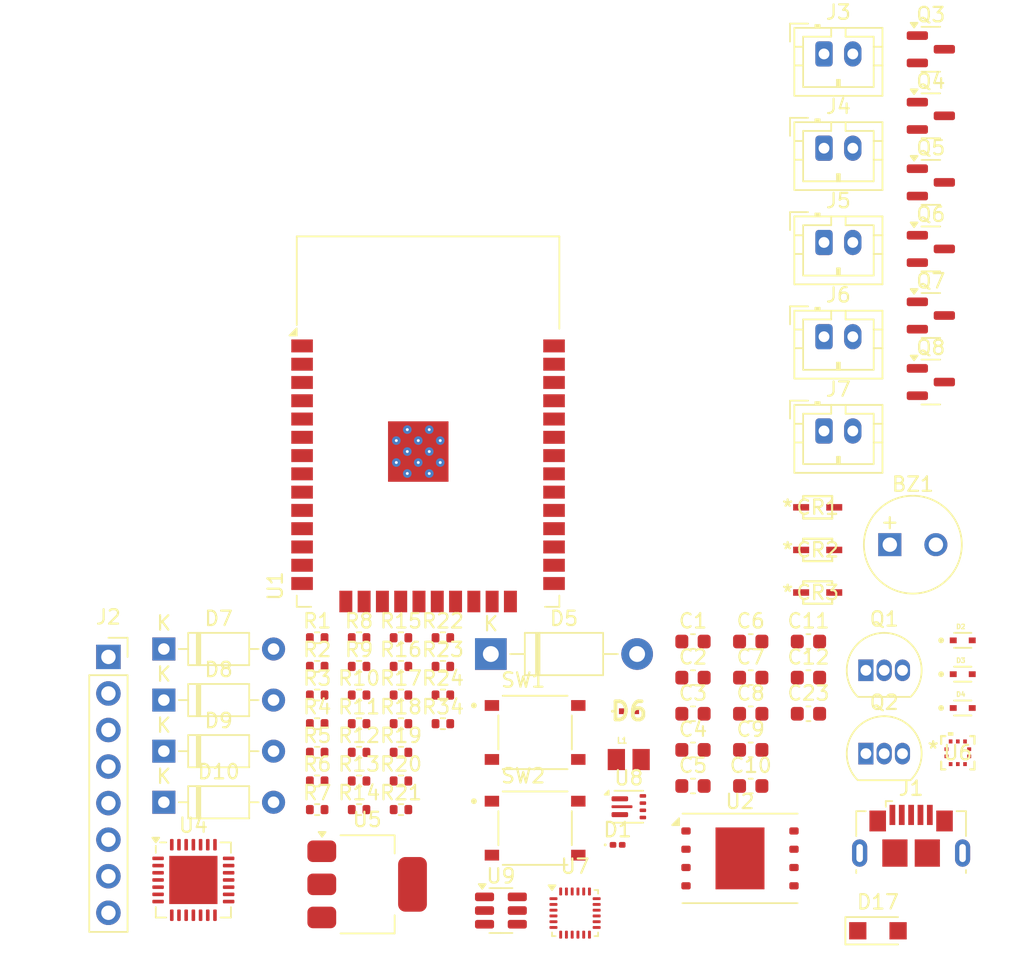
<source format=kicad_pcb>
(kicad_pcb (version 20241229) (generator "pcbnew") (generator_version "9.0")
  (layers (0 "F.Cu" signal) (4 "In1.Cu" signal) (6 "In2.Cu" signal) (2 "B.Cu" signal) (13 "F.Paste" user) (15 "B.Paste" user) (5 "F.SilkS" user "F.Silkscreen") (7 "B.SilkS" user "B.Silkscreen") (1 "F.Mask" user) (3 "B.Mask" user) (25 "Edge.Cuts" user))
  (net 0 "")
  (net 1 "3.3v")
  (net 2 "Net-(BZ1--)")
  (net 3 "GND")
  (net 4 "5v")
  (net 5 "SWITCHOUT")
  (net 6 "EN")
  (net 7 "Net-(C7-Pad2)")
  (net 8 "Net-(C8-Pad2)")
  (net 9 "BAT+")
  (net 10 "BAT_IN")
  (net 11 "Net-(U7-SDO{slash}AD0)")
  (net 12 "Net-(U6-SDO)")
  (net 13 "Net-(U5-VI)")
  (net 14 "Net-(D1-A)")
  (net 15 "power_in")
  (net 16 "Net-(D3-A1)")
  (net 17 "Net-(D4-A1)")
  (net 18 "Net-(D7-A)")
  (net 19 "Net-(D8-A)")
  (net 20 "Net-(D9-A)")
  (net 21 "Net-(D10-A)")
  (net 29 "MOSI")
  (net 30 "MISO")
  (net 31 "I2C-D")
  (net 32 "SCK")
  (net 33 "I2C-CL")
  (net 34 "Net-(U8-SW)")
  (net 35 "RTS")
  (net 36 "Net-(Q1-B)")
  (net 37 "IO0")
  (net 38 "Net-(Q2-B)")
  (net 39 "DTR")
  (net 40 "esc_1")
  (net 41 "BUZZER")
  (net 42 "esc_3")
  (net 43 "esc_4")
  (net 44 "esc_2")
  (net 45 "Net-(Q8-G)")
  (net 46 "USB_DP")
  (net 47 "USB_DN")
  (net 48 "TXD0")
  (net 49 "TXD")
  (net 50 "RXD")
  (net 51 "RXD0")
  (net 52 "IO13")
  (net 53 "CTS")
  (net 54 "IO15")
  (net 55 "Net-(U8-FB)")
  (net 59 "SCK_flash")
  (net 60 "DO")
  (net 68 "DI")
  (net 69 "CS")
  (footprint "Capacitor_SMD:C_0603_1608Metric" (layer "F.Cu") (at 50.445 43.055)
    (property "Reference" "C11" (at 0 -1.43 0) (layer "F.SilkS"))
    (property "Value" "22uF")
    (pad "1" smd roundrect (at -0.775 0) (size 0.9 0.95) (layers "F.Cu" "F.Mask" "F.Paste") (net 10 "BAT_IN"))
    (pad "2" smd roundrect (at 0.775 0) (size 0.9 0.95) (layers "F.Cu" "F.Mask" "F.Paste") (net 3 "GND"))
  )
  (footprint "Resistor_SMD:R_0402_1005Metric" (layer "F.Cu") (at 25.055 48.765)
    (property "Reference" "R34" (at 0 -1.17 0) (layer "F.SilkS"))
    (property "Value" "2k2")
    (pad "1" smd roundrect (at -0.51 0) (size 0.54 0.64) (layers "F.Cu" "F.Mask" "F.Paste") (net 41 "BUZZER"))
    (pad "2" smd roundrect (at 0.51 0) (size 0.54 0.64) (layers "F.Cu" "F.Mask" "F.Paste") (net 3 "GND"))
  )
  (footprint "Resistor_SMD:R_0402_1005Metric" (layer "F.Cu") (at 19.235 50.755)
    (property "Reference" "R12" (at 0 -1.17 0) (layer "F.SilkS"))
    (property "Value" "10K")
    (pad "1" smd roundrect (at -0.51 0) (size 0.54 0.64) (layers "F.Cu" "F.Mask" "F.Paste") (net 43 "esc_4"))
    (pad "2" smd roundrect (at 0.51 0) (size 0.54 0.64) (layers "F.Cu" "F.Mask" "F.Paste") (net 3 "GND"))
  )
  (footprint "Package_TO_SOT_SMD:SOT-23" (layer "F.Cu") (at 58.945 20.4)
    (property "Reference" "Q7" (at 0 -2.4 0) (layer "F.SilkS"))
    (property "Value" "AO3400A")
    (pad "1" smd roundrect (at -0.9375 -0.95) (size 1.475 0.6) (layers "F.Cu" "F.Mask" "F.Paste") (net 44 "esc_2"))
    (pad "2" smd roundrect (at -0.9375 0.95) (size 1.475 0.6) (layers "F.Cu" "F.Mask" "F.Paste") (net 3 "GND"))
    (pad "3" smd roundrect (at 0.9375 0) (size 1.475 0.6) (layers "F.Cu" "F.Mask" "F.Paste") (net 21 "Net-(D10-A)"))
  )
  (footprint "Resistor_SMD:R_0402_1005Metric" (layer "F.Cu") (at 22.145 42.795)
    (property "Reference" "R15" (at 0 -1.17 0) (layer "F.SilkS"))
    (property "Value" "47R")
    (pad "1" smd roundrect (at -0.51 0) (size 0.54 0.64) (layers "F.Cu" "F.Mask" "F.Paste") (net 37 "IO0"))
    (pad "2" smd roundrect (at 0.51 0) (size 0.54 0.64) (layers "F.Cu" "F.Mask" "F.Paste") (net 7 "Net-(C7-Pad2)"))
  )
  (footprint "Resistor_SMD:R_0402_1005Metric" (layer "F.Cu") (at 16.325 52.745)
    (property "Reference" "R6" (at 0 -1.17 0) (layer "F.SilkS"))
    (property "Value" "0")
    (pad "1" smd roundrect (at -0.51 0) (size 0.54 0.64) (layers "F.Cu" "F.Mask" "F.Paste") (net 52 "IO13"))
    (pad "2" smd roundrect (at 0.51 0) (size 0.54 0.64) (layers "F.Cu" "F.Mask" "F.Paste") (net 35 "RTS"))
  )
  (footprint "Resistor_SMD:R_0402_1005Metric" (layer "F.Cu") (at 19.235 52.745)
    (property "Reference" "R13" (at 0 -1.17 0) (layer "F.SilkS"))
    (property "Value" "10K")
    (pad "1" smd roundrect (at -0.51 0) (size 0.54 0.64) (layers "F.Cu" "F.Mask" "F.Paste") (net 44 "esc_2"))
    (pad "2" smd roundrect (at 0.51 0) (size 0.54 0.64) (layers "F.Cu" "F.Mask" "F.Paste") (net 3 "GND"))
  )
  (footprint "Capacitor_SMD:C_0603_1608Metric" (layer "F.Cu") (at 46.435 48.075)
    (property "Reference" "C8" (at 0 -1.43 0) (layer "F.SilkS"))
    (property "Value" "1nF")
    (pad "1" smd roundrect (at -0.775 0) (size 0.9 0.95) (layers "F.Cu" "F.Mask" "F.Paste") (net 3 "GND"))
    (pad "2" smd roundrect (at 0.775 0) (size 0.9 0.95) (layers "F.Cu" "F.Mask" "F.Paste") (net 8 "Net-(C8-Pad2)"))
  )
  (footprint "ESD33v88DC:ESD33v88DC" (layer "F.Cu") (at 37.98 47.9)
    (property "Reference" "D6" (at 0 0 0) (layer "F.SilkS") (effects (font (size 1.27 1.27) (thickness 0.254))))
    (property "Value" "ESD3.3V88D-C" (hide yes))
    (pad "1" smd rect (at -0.45 0 90) (size 0.4 0.5) (layers "F.Cu" "F.Mask" "F.Paste") (net 1 "3.3v"))
    (pad "2" smd rect (at 0.45 0 90) (size 0.4 0.5) (layers "F.Cu" "F.Mask" "F.Paste") (net 3 "GND"))
  )
  (footprint "Connector_JST:JST_PH_B2B-PH-K_1x02_P2.00mm_Vertical" (layer "F.Cu") (at 51.525 15.325)
    (property "Reference" "J5" (at 1 -2.9 0) (layer "F.SilkS"))
    (property "Value" "Conn_01x02_Socket")
    (pad "1" thru_hole roundrect (at 0 0) (size 1.2 1.75) (drill 0.75) (layers "*.Cu" "*.Mask" "In3.Cu" "In4.Cu" "In5.Cu" "In6.Cu" "In7.Cu" "In8.Cu" "In9.Cu" "In10.Cu" "In11.Cu" "In12.Cu" "In13.Cu" "In14.Cu" "In15.Cu" "In16.Cu" "In17.Cu" "In18.Cu" "In19.Cu" "In20.Cu" "In21.Cu" "In22.Cu" "In23.Cu" "In24.Cu" "In25.Cu" "In26.Cu" "In27.Cu" "In28.Cu" "In29.Cu" "In30.Cu") (roundrect_rratio 0.208333) (net 19 "Net-(D8-A)"))
    (pad "2" thru_hole oval (at 2 0) (size 1.2 1.75) (drill 0.75) (layers "*.Cu" "*.Mask" "In3.Cu" "In4.Cu" "In5.Cu" "In6.Cu" "In7.Cu" "In8.Cu" "In9.Cu" "In10.Cu" "In11.Cu" "In12.Cu" "In13.Cu" "In14.Cu" "In15.Cu" "In16.Cu" "In17.Cu" "In18.Cu" "In19.Cu" "In20.Cu" "In21.Cu" "In22.Cu" "In23.Cu" "In24.Cu" "In25.Cu" "In26.Cu" "In27.Cu" "In28.Cu" "In29.Cu" "In30.Cu") (net 10 "BAT_IN"))
  )
  (footprint "Resistor_SMD:R_0402_1005Metric" (layer "F.Cu") (at 16.325 46.775)
    (property "Reference" "R3" (at 0 -1.17 0) (layer "F.SilkS"))
    (property "Value" "0")
    (pad "1" smd roundrect (at -0.51 0) (size 0.54 0.64) (layers "F.Cu" "F.Mask" "F.Paste") (net 48 "TXD0"))
    (pad "2" smd roundrect (at 0.51 0) (size 0.54 0.64) (layers "F.Cu" "F.Mask" "F.Paste") (net 49 "TXD"))
  )
  (footprint "Diode_THT:D_DO-35_SOD27_P7.62mm_Horizontal" (layer "F.Cu") (at 5.675 47.125)
    (property "Reference" "D8" (at 3.81 -2.12 0) (layer "F.SilkS"))
    (property "Value" "1N4148")
    (fp_text user "K" (at 0 -1.8 0) (layer "F.SilkS"))
    (pad "1" thru_hole rect (at 0 0) (size 1.6 1.6) (drill 0.8) (layers "*.Cu" "*.Mask" "In3.Cu" "In4.Cu" "In5.Cu" "In6.Cu" "In7.Cu" "In8.Cu" "In9.Cu" "In10.Cu" "In11.Cu" "In12.Cu" "In13.Cu" "In14.Cu" "In15.Cu" "In16.Cu" "In17.Cu" "In18.Cu" "In19.Cu" "In20.Cu" "In21.Cu" "In22.Cu" "In23.Cu" "In24.Cu" "In25.Cu" "In26.Cu" "In27.Cu" "In28.Cu" "In29.Cu" "In30.Cu") (net 10 "BAT_IN"))
    (pad "2" thru_hole oval (at 7.62 0) (size 1.6 1.6) (drill 0.8) (layers "*.Cu" "*.Mask" "In3.Cu" "In4.Cu" "In5.Cu" "In6.Cu" "In7.Cu" "In8.Cu" "In9.Cu" "In10.Cu" "In11.Cu" "In12.Cu" "In13.Cu" "In14.Cu" "In15.Cu" "In16.Cu" "In17.Cu" "In18.Cu" "In19.Cu" "In20.Cu" "In21.Cu" "In22.Cu" "In23.Cu" "In24.Cu" "In25.Cu" "In26.Cu" "In27.Cu" "In28.Cu" "In29.Cu" "In30.Cu") (net 19 "Net-(D8-A)"))
  )
  (footprint "LESD5D5.0CT1G:TVS_LESD5D5.0CT1G" (layer "F.Cu") (at 61.16 45.325)
    (property "Reference" "D3" (at -0.134 -0.9532 0) (layer "F.SilkS") (effects (font (size 0.32 0.32))))
    (property "Value" "LESD5D5.0CT1G")
    (pad "1" smd rect (at -0.66 0) (size 0.48 0.4) (layers "F.Cu" "F.Mask" "F.Paste") (net 16 "Net-(D3-A1)"))
    (pad "2" smd rect (at 0.66 0) (size 0.48 0.4) (layers "F.Cu" "F.Mask" "F.Paste") (net 3 "GND"))
  )
  (footprint "Resistor_SMD:R_0402_1005Metric" (layer "F.Cu") (at 22.145 54.735)
    (property "Reference" "R21" (at 0 -1.17 0) (layer "F.SilkS"))
    (property "Value" "4k7")
    (pad "1" smd roundrect (at -0.51 0) (size 0.54 0.64) (layers "F.Cu" "F.Mask" "F.Paste") (net 1 "3.3v"))
    (pad "2" smd roundrect (at 0.51 0) (size 0.54 0.64) (layers "F.Cu" "F.Mask" "F.Paste") (net 33 "I2C-CL"))
  )
  (footprint "Connector_JST:JST_PH_B2B-PH-K_1x02_P2.00mm_Vertical" (layer "F.Cu") (at 51.525 28.425)
    (property "Reference" "J7" (at 1 -2.9 0) (layer "F.SilkS"))
    (property "Value" "Conn_01x02_Socket")
    (pad "1" thru_hole roundrect (at 0 0) (size 1.2 1.75) (drill 0.75) (layers "*.Cu" "*.Mask" "In3.Cu" "In4.Cu" "In5.Cu" "In6.Cu" "In7.Cu" "In8.Cu" "In9.Cu" "In10.Cu" "In11.Cu" "In12.Cu" "In13.Cu" "In14.Cu" "In15.Cu" "In16.Cu" "In17.Cu" "In18.Cu" "In19.Cu" "In20.Cu" "In21.Cu" "In22.Cu" "In23.Cu" "In24.Cu" "In25.Cu" "In26.Cu" "In27.Cu" "In28.Cu" "In29.Cu" "In30.Cu") (roundrect_rratio 0.208333) (net 21 "Net-(D10-A)"))
    (pad "2" thru_hole oval (at 2 0) (size 1.2 1.75) (drill 0.75) (layers "*.Cu" "*.Mask" "In3.Cu" "In4.Cu" "In5.Cu" "In6.Cu" "In7.Cu" "In8.Cu" "In9.Cu" "In10.Cu" "In11.Cu" "In12.Cu" "In13.Cu" "In14.Cu" "In15.Cu" "In16.Cu" "In17.Cu" "In18.Cu" "In19.Cu" "In20.Cu" "In21.Cu" "In22.Cu" "In23.Cu" "In24.Cu" "In25.Cu" "In26.Cu" "In27.Cu" "In28.Cu" "In29.Cu" "In30.Cu") (net 10 "BAT_IN"))
  )
  (footprint "Package_DFN_QFN:QFN-28-1EP_5x5mm_P0.5mm_EP3.35x3.35mm" (layer "F.Cu") (at 7.725 59.625)
    (property "Reference" "U4" (at 0 -3.8 0) (layer "F.SilkS"))
    (property "Value" "CP2102N-Axx-xQFN28")
    (pad "1" smd roundrect (at -2.45 -1.5) (size 0.8 0.25) (layers "F.Cu" "F.Mask" "F.Paste"))
    (pad "2" smd roundrect (at -2.45 -1) (size 0.8 0.25) (layers "F.Cu" "F.Mask" "F.Paste"))
    (pad "3" smd roundrect (at -2.45 -0.5) (size 0.8 0.25) (layers "F.Cu" "F.Mask" "F.Paste") (net 3 "GND"))
    (pad "4" smd roundrect (at -2.45 0) (size 0.8 0.25) (layers "F.Cu" "F.Mask" "F.Paste") (net 46 "USB_DP"))
    (pad "5" smd roundrect (at -2.45 0.5) (size 0.8 0.25) (layers "F.Cu" "F.Mask" "F.Paste") (net 47 "USB_DN"))
    (pad "6" smd roundrect (at -2.45 1) (size 0.8 0.25) (layers "F.Cu" "F.Mask" "F.Paste") (net 1 "3.3v"))
    (pad "7" smd roundrect (at -2.45 1.5) (size 0.8 0.25) (layers "F.Cu" "F.Mask" "F.Paste") (net 1 "3.3v"))
    (pad "8" smd roundrect (at -1.5 2.45) (size 0.25 0.8) (layers "F.Cu" "F.Mask" "F.Paste") (net 4 "5v"))
    (pad "9" smd roundrect (at -1 2.45) (size 0.25 0.8) (layers "F.Cu" "F.Mask" "F.Paste"))
    (pad "10" smd roundrect (at -0.5 2.45) (size 0.25 0.8) (layers "F.Cu" "F.Mask" "F.Paste"))
    (pad "11" smd roundrect (at 0 2.45) (size 0.25 0.8) (layers "F.Cu" "F.Mask" "F.Paste"))
    (pad "12" smd roundrect (at 0.5 2.45) (size 0.25 0.8) (layers "F.Cu" "F.Mask" "F.Paste"))
    (pad "13" smd roundrect (at 1 2.45) (size 0.25 0.8) (layers "F.Cu" "F.Mask" "F.Paste"))
    (pad "14" smd roundrect (at 1.5 2.45) (size 0.25 0.8) (layers "F.Cu" "F.Mask" "F.Paste"))
    (pad "15" smd roundrect (at 2.45 1.5) (size 0.8 0.25) (layers "F.Cu" "F.Mask" "F.Paste"))
    (pad "16" smd roundrect (at 2.45 1) (size 0.8 0.25) (layers "F.Cu" "F.Mask" "F.Paste"))
    (pad "17" smd roundrect (at 2.45 0.5) (size 0.8 0.25) (layers "F.Cu" "F.Mask" "F.Paste"))
    (pad "18" smd roundrect (at 2.45 0) (size 0.8 0.25) (layers "F.Cu" "F.Mask" "F.Paste"))
    (pad "19" smd roundrect (at 2.45 -0.5) (size 0.8 0.25) (layers "F.Cu" "F.Mask" "F.Paste"))
    (pad "20" smd roundrect (at 2.45 -1) (size 0.8 0.25) (layers "F.Cu" "F.Mask" "F.Paste"))
    (pad "21" smd roundrect (at 2.45 -1.5) (size 0.8 0.25) (layers "F.Cu" "F.Mask" "F.Paste"))
    (pad "22" smd roundrect (at 1.5 -2.45) (size 0.25 0.8) (layers "F.Cu" "F.Mask" "F.Paste"))
    (pad "23" smd roundrect (at 1 -2.45) (size 0.25 0.8) (layers "F.Cu" "F.Mask" "F.Paste") (net 53 "CTS"))
    (pad "24" smd roundrect (at 0.5 -2.45) (size 0.25 0.8) (layers "F.Cu" "F.Mask" "F.Paste") (net 35 "RTS"))
    (pad "25" smd roundrect (at 0 -2.45) (size 0.25 0.8) (layers "F.Cu" "F.Mask" "F.Paste") (net 50 "RXD"))
    (pad "26" smd roundrect (at -0.5 -2.45) (size 0.25 0.8) (layers "F.Cu" "F.Mask" "F.Paste") (net 49 "TXD"))
    (pad "27" smd roundrect (at -1 -2.45) (size 0.25 0.8) (layers "F.Cu" "F.Mask" "F.Paste"))
    (pad "28" smd roundrect (at -1.5 -2.45) (size 0.25 0.8) (layers "F.Cu" "F.Mask" "F.Paste") (net 39 "DTR"))
    (pad "29" smd rect (at 0 0) (size 3.35 3.35) (property pad_prop_heatsink) (layers "F.Cu" "F.Mask") (net 3 "GND"))
  )
  (footprint "Buzzer_Beeper:MagneticBuzzer_Kingstate_KCG0601" (layer "F.Cu") (at 56.095 36.325)
    (property "Reference" "BZ1" (at 1.6 -4.2 0) (layer "F.SilkS"))
    (property "Value" "Buzzer")
    (fp_text user "+" (at 0 -1.6 0) (layer "F.SilkS"))
    (pad "1" thru_hole rect (at 0 0) (size 1.6 1.6) (drill 1) (layers "*.Cu" "*.Mask" "In3.Cu" "In4.Cu" "In5.Cu" "In6.Cu" "In7.Cu" "In8.Cu" "In9.Cu" "In10.Cu" "In11.Cu" "In12.Cu" "In13.Cu" "In14.Cu" "In15.Cu" "In16.Cu" "In17.Cu" "In18.Cu" "In19.Cu" "In20.Cu" "In21.Cu" "In22.Cu" "In23.Cu" "In24.Cu" "In25.Cu" "In26.Cu" "In27.Cu" "In28.Cu" "In29.Cu" "In30.Cu") (net 1 "3.3v"))
    (pad "2" thru_hole circle (at 3.2 0) (size 1.6 1.6) (drill 1) (layers "*.Cu" "*.Mask" "In3.Cu" "In4.Cu" "In5.Cu" "In6.Cu" "In7.Cu" "In8.Cu" "In9.Cu" "In10.Cu" "In11.Cu" "In12.Cu" "In13.Cu" "In14.Cu" "In15.Cu" "In16.Cu" "In17.Cu" "In18.Cu" "In19.Cu" "In20.Cu" "In21.Cu" "In22.Cu" "In23.Cu" "In24.Cu" "In25.Cu" "In26.Cu" "In27.Cu" "In28.Cu" "In29.Cu" "In30.Cu") (net 2 "Net-(BZ1--)"))
  )
  (footprint "Resistor_SMD:R_0402_1005Metric" (layer "F.Cu") (at 22.145 52.745)
    (property "Reference" "R20" (at 0 -1.17 0) (layer "F.SilkS"))
    (property "Value" "4k7")
    (pad "1" smd roundrect (at -0.51 0) (size 0.54 0.64) (layers "F.Cu" "F.Mask" "F.Paste") (net 1 "3.3v"))
    (pad "2" smd roundrect (at 0.51 0) (size 0.54 0.64) (layers "F.Cu" "F.Mask" "F.Paste") (net 33 "I2C-CL"))
  )
  (footprint "Diode_THT:D_DO-41_SOD81_P10.16mm_Horizontal" (layer "F.Cu") (at 28.385 43.925)
    (property "Reference" "D5" (at 5.08 -2.47 0) (layer "F.SilkS"))
    (property "Value" "1N5819")
    (fp_text user "K" (at 0 -2.1 0) (layer "F.SilkS"))
    (pad "1" thru_hole rect (at 0 0) (size 2.2 2.2) (drill 1.1) (layers "*.Cu" "*.Mask" "In3.Cu" "In4.Cu" "In5.Cu" "In6.Cu" "In7.Cu" "In8.Cu" "In9.Cu" "In10.Cu" "In11.Cu" "In12.Cu" "In13.Cu" "In14.Cu" "In15.Cu" "In16.Cu" "In17.Cu" "In18.Cu" "In19.Cu" "In20.Cu" "In21.Cu" "In22.Cu" "In23.Cu" "In24.Cu" "In25.Cu" "In26.Cu" "In27.Cu" "In28.Cu" "In29.Cu" "In30.Cu") (net 4 "5v"))
    (pad "2" thru_hole oval (at 10.16 0) (size 2.2 2.2) (drill 1.1) (layers "*.Cu" "*.Mask" "In3.Cu" "In4.Cu" "In5.Cu" "In6.Cu" "In7.Cu" "In8.Cu" "In9.Cu" "In10.Cu" "In11.Cu" "In12.Cu" "In13.Cu" "In14.Cu" "In15.Cu" "In16.Cu" "In17.Cu" "In18.Cu" "In19.Cu" "In20.Cu" "In21.Cu" "In22.Cu" "In23.Cu" "In24.Cu" "In25.Cu" "In26.Cu" "In27.Cu" "In28.Cu" "In29.Cu" "In30.Cu") (net 15 "power_in"))
  )
  (footprint "Capacitor_SMD:C_0603_1608Metric" (layer "F.Cu") (at 42.425 43.055)
    (property "Reference" "C1" (at 0 -1.43 0) (layer "F.SilkS"))
    (property "Value" "10uF")
    (pad "1" smd roundrect (at -0.775 0) (size 0.9 0.95) (layers "F.Cu" "F.Mask" "F.Paste") (net 4 "5v"))
    (pad "2" smd roundrect (at 0.775 0) (size 0.9 0.95) (layers "F.Cu" "F.Mask" "F.Paste") (net 3 "GND"))
  )
  (footprint "Capacitor_SMD:C_0603_1608Metric" (layer "F.Cu") (at 42.425 48.075)
    (property "Reference" "C3" (at 0 -1.43 0) (layer "F.SilkS"))
    (property "Value" "10uF")
    (pad "1" smd roundrect (at -0.775 0) (size 0.9 0.95) (layers "F.Cu" "F.Mask" "F.Paste") (net 5 "SWITCHOUT"))
    (pad "2" smd roundrect (at 0.775 0) (size 0.9 0.95) (layers "F.Cu" "F.Mask" "F.Paste") (net 3 "GND"))
  )
  (footprint "Resistor_SMD:R_0402_1005Metric" (layer "F.Cu") (at 16.325 44.785)
    (property "Reference" "R2" (at 0 -1.17 0) (layer "F.SilkS"))
    (property "Value" "0")
    (pad "1" smd roundrect (at -0.51 0) (size 0.54 0.64) (layers "F.Cu" "F.Mask" "F.Paste") (net 17 "Net-(D4-A1)"))
    (pad "2" smd roundrect (at 0.51 0) (size 0.54 0.64) (layers "F.Cu" "F.Mask" "F.Paste") (net 47 "USB_DN"))
  )
  (footprint "Package_TO_SOT_THT:TO-92_Inline" (layer "F.Cu") (at 54.435 50.845)
    (property "Reference" "Q2" (at 1.27 -3.56 0) (layer "F.SilkS"))
    (property "Value" "S8050")
    (pad "1" thru_hole rect (at 0 0) (size 1.05 1.5) (drill 0.75) (layers "*.Cu" "*.Mask" "In3.Cu" "In4.Cu" "In5.Cu" "In6.Cu" "In7.Cu" "In8.Cu" "In9.Cu" "In10.Cu" "In11.Cu" "In12.Cu" "In13.Cu" "In14.Cu" "In15.Cu" "In16.Cu" "In17.Cu" "In18.Cu" "In19.Cu" "In20.Cu" "In21.Cu" "In22.Cu" "In23.Cu" "In24.Cu" "In25.Cu" "In26.Cu" "In27.Cu" "In28.Cu" "In29.Cu" "In30.Cu") (net 39 "DTR"))
    (pad "2" thru_hole oval (at 1.27 0) (size 1.05 1.5) (drill 0.75) (layers "*.Cu" "*.Mask" "In3.Cu" "In4.Cu" "In5.Cu" "In6.Cu" "In7.Cu" "In8.Cu" "In9.Cu" "In10.Cu" "In11.Cu" "In12.Cu" "In13.Cu" "In14.Cu" "In15.Cu" "In16.Cu" "In17.Cu" "In18.Cu" "In19.Cu" "In20.Cu" "In21.Cu" "In22.Cu" "In23.Cu" "In24.Cu" "In25.Cu" "In26.Cu" "In27.Cu" "In28.Cu" "In29.Cu" "In30.Cu") (net 38 "Net-(Q2-B)"))
    (pad "3" thru_hole oval (at 2.54 0) (size 1.05 1.5) (drill 0.75) (layers "*.Cu" "*.Mask" "In3.Cu" "In4.Cu" "In5.Cu" "In6.Cu" "In7.Cu" "In8.Cu" "In9.Cu" "In10.Cu" "In11.Cu" "In12.Cu" "In13.Cu" "In14.Cu" "In15.Cu" "In16.Cu" "In17.Cu" "In18.Cu" "In19.Cu" "In20.Cu" "In21.Cu" "In22.Cu" "In23.Cu" "In24.Cu" "In25.Cu" "In26.Cu" "In27.Cu" "In28.Cu" "In29.Cu" "In30.Cu") (net 37 "IO0"))
  )
  (footprint "USC_TOS:USC_TOS" (layer "F.Cu") (at 51.0858 39.651)
    (property "Reference" "CR3" (at 0 0 0) (layer "F.SilkS"))
    (property "Value" "1SS404_H3FT")
    (fp_text user "*" (at -2.0866 0 0) (layer "F.SilkS"))
    (fp_text user "*" (at -2.0866 0 0) (layer "F.SilkS"))
    (pad "1" smd rect (at -1.15 0) (size 1.1112 0.4508) (layers "F.Cu" "F.Mask" "F.Paste") (net 13 "Net-(U5-VI)"))
    (pad "2" smd rect (at 1.15 0) (size 1.1112 0.4508) (layers "F.Cu" "F.Mask" "F.Paste") (net 5 "SWITCHOUT"))
  )
  (footprint "Resistor_SMD:R_0402_1005Metric" (layer "F.Cu") (at 19.235 48.765)
    (property "Reference" "R11" (at 0 -1.17 0) (layer "F.SilkS"))
    (property "Value" "10K")
    (pad "1" smd roundrect (at -0.51 0) (size 0.54 0.64) (layers "F.Cu" "F.Mask" "F.Paste") (net 42 "esc_3"))
    (pad "2" smd roundrect (at 0.51 0) (size 0.54 0.64) (layers "F.Cu" "F.Mask" "F.Paste") (net 3 "GND"))
  )
  (footprint "Package_SON:WSON-8-1EP_8x6mm_P1.27mm_EP3.4x4.3mm" (layer "F.Cu") (at 45.69 58.125)
    (property "Reference" "U2" (at 0 -3.95 0) (layer "F.SilkS"))
    (property "Value" "W25Q128JVE")
    (pad "1" smd roundrect (at -3.75 -1.905) (size 0.65 0.5) (layers "F.Cu" "F.Mask" "F.Paste") (net 69 "CS"))
    (pad "2" smd roundrect (at -3.75 -0.635) (size 0.65 0.5) (layers "F.Cu" "F.Mask" "F.Paste") (net 60 "DO"))
    (pad "3" smd roundrect (at -3.75 0.635) (size 0.65 0.5) (layers "F.Cu" "F.Mask" "F.Paste"))
    (pad "4" smd roundrect (at -3.75 1.905) (size 0.65 0.5) (layers "F.Cu" "F.Mask" "F.Paste") (net 3 "GND"))
    (pad "5" smd roundrect (at 3.75 1.905) (size 0.65 0.5) (layers "F.Cu" "F.Mask" "F.Paste") (net 68 "DI"))
    (pad "6" smd roundrect (at 3.75 0.635) (size 0.65 0.5) (layers "F.Cu" "F.Mask" "F.Paste") (net 59 "SCK_flash"))
    (pad "7" smd roundrect (at 3.75 -0.635) (size 0.65 0.5) (layers "F.Cu" "F.Mask" "F.Paste"))
    (pad "8" smd roundrect (at 3.75 -1.905) (size 0.65 0.5) (layers "F.Cu" "F.Mask" "F.Paste") (net 1 "3.3v"))
    (pad "9" smd rect (at 0 0) (size 3.4 4.3) (property pad_prop_heatsink) (layers "F.Cu" "F.Mask") (net 3 "GND"))
  )
  (footprint "Package_TO_SOT_SMD:SOT-23" (layer "F.Cu") (at 58.945 6.525)
    (property "Reference" "Q4" (at 0 -2.4 0) (layer "F.SilkS"))
    (property "Value" "BSS138")
    (pad "1" smd roundrect (at -0.9375 -0.95) (size 1.475 0.6) (layers "F.Cu" "F.Mask" "F.Paste") (net 41 "BUZZER"))
    (pad "2" smd roundrect (at -0.9375 0.95) (size 1.475 0.6) (layers "F.Cu" "F.Mask" "F.Paste") (net 3 "GND"))
    (pad "3" smd roundrect (at 0.9375 0) (size 1.475 0.6) (layers "F.Cu" "F.Mask" "F.Paste") (net 2 "Net-(BZ1--)"))
  )
  (footprint "Diode_THT:D_DO-35_SOD27_P7.62mm_Horizontal" (layer "F.Cu") (at 5.675 54.225)
    (property "Reference" "D10" (at 3.81 -2.12 0) (layer "F.SilkS"))
    (property "Value" "1N4148")
    (fp_text user "K" (at 0 -1.8 0) (layer "F.SilkS"))
    (pad "1" thru_hole rect (at 0 0) (size 1.6 1.6) (drill 0.8) (layers "*.Cu" "*.Mask" "In3.Cu" "In4.Cu" "In5.Cu" "In6.Cu" "In7.Cu" "In8.Cu" "In9.Cu" "In10.Cu" "In11.Cu" "In12.Cu" "In13.Cu" "In14.Cu" "In15.Cu" "In16.Cu" "In17.Cu" "In18.Cu" "In19.Cu" "In20.Cu" "In21.Cu" "In22.Cu" "In23.Cu" "In24.Cu" "In25.Cu" "In26.Cu" "In27.Cu" "In28.Cu" "In29.Cu" "In30.Cu") (net 10 "BAT_IN"))
    (pad "2" thru_hole oval (at 7.62 0) (size 1.6 1.6) (drill 0.8) (layers "*.Cu" "*.Mask" "In3.Cu" "In4.Cu" "In5.Cu" "In6.Cu" "In7.Cu" "In8.Cu" "In9.Cu" "In10.Cu" "In11.Cu" "In12.Cu" "In13.Cu" "In14.Cu" "In15.Cu" "In16.Cu" "In17.Cu" "In18.Cu" "In19.Cu" "In20.Cu" "In21.Cu" "In22.Cu" "In23.Cu" "In24.Cu" "In25.Cu" "In26.Cu" "In27.Cu" "In28.Cu" "In29.Cu" "In30.Cu") (net 21 "Net-(D10-A)"))
  )
  (footprint "Resistor_SMD:R_0402_1005Metric" (layer "F.Cu") (at 22.145 44.785)
    (property "Reference" "R16" (at 0 -1.17 0) (layer "F.SilkS"))
    (property "Value" "47R")
    (pad "1" smd roundrect (at -0.51 0) (size 0.54 0.64) (layers "F.Cu" "F.Mask" "F.Paste") (net 6 "EN"))
    (pad "2" smd roundrect (at 0.51 0) (size 0.54 0.64) (layers "F.Cu" "F.Mask" "F.Paste") (net 8 "Net-(C8-Pad2)"))
  )
  (footprint "Resistor_SMD:R_0402_1005Metric" (layer "F.Cu") (at 25.055 42.795)
    (property "Reference" "R22" (at 0 -1.17 0) (layer "F.SilkS"))
    (property "Value" "4k7")
    (pad "1" smd roundrect (at -0.51 0) (size 0.54 0.64) (layers "F.Cu" "F.Mask" "F.Paste") (net 1 "3.3v"))
    (pad "2" smd roundrect (at 0.51 0) (size 0.54 0.64) (layers "F.Cu" "F.Mask" "F.Paste") (net 31 "I2C-D"))
  )
  (footprint "Resistor_SMD:R_0402_1005Metric" (layer "F.Cu") (at 16.325 54.735)
    (property "Reference" "R7" (at 0 -1.17 0) (layer "F.SilkS"))
    (property "Value" "0")
    (pad "1" smd roundrect (at -0.51 0) (size 0.54 0.64) (layers "F.Cu" "F.Mask" "F.Paste") (net 54 "IO15"))
    (pad "2" smd roundrect (at 0.51 0) (size 0.54 0.64) (layers "F.Cu" "F.Mask" "F.Paste") (net 53 "CTS"))
  )
  (footprint "Capacitor_SMD:C_0603_1608Metric" (layer "F.Cu") (at 42.425 50.585)
    (property "Reference" "C4" (at 0 -1.43 0) (layer "F.SilkS"))
    (property "Value" "10uF")
    (pad "1" smd roundrect (at -0.775 0) (size 0.9 0.95) (layers "F.Cu" "F.Mask" "F.Paste") (net 1 "3.3v"))
    (pad "2" smd roundrect (at 0.775 0) (size 0.9 0.95) (layers "F.Cu" "F.Mask" "F.Paste") (net 3 "GND"))
  )
  (footprint "Connector_JST:JST_PH_B2B-PH-K_1x02_P2.00mm_Vertical" (layer "F.Cu") (at 51.525 2.225)
    (property "Reference" "J3" (at 1 -2.9 0) (layer "F.SilkS"))
    (property "Value" "Conn_01x02_Socket")
    (pad "1" thru_hole roundrect (at 0 0) (size 1.2 1.75) (drill 0.75) (layers "*.Cu" "*.Mask" "In3.Cu" "In4.Cu" "In5.Cu" "In6.Cu" "In7.Cu" "In8.Cu" "In9.Cu" "In10.Cu" "In11.Cu" "In12.Cu" "In13.Cu" "In14.Cu" "In15.Cu" "In16.Cu" "In17.Cu" "In18.Cu" "In19.Cu" "In20.Cu" "In21.Cu" "In22.Cu" "In23.Cu" "In24.Cu" "In25.Cu" "In26.Cu" "In27.Cu" "In28.Cu" "In29.Cu" "In30.Cu") (roundrect_rratio 0.208333) (net 9 "BAT+"))
    (pad "2" thru_hole oval (at 2 0) (size 1.2 1.75) (drill 0.75) (layers "*.Cu" "*.Mask" "In3.Cu" "In4.Cu" "In5.Cu" "In6.Cu" "In7.Cu" "In8.Cu" "In9.Cu" "In10.Cu" "In11.Cu" "In12.Cu" "In13.Cu" "In14.Cu" "In15.Cu" "In16.Cu" "In17.Cu" "In18.Cu" "In19.Cu" "In20.Cu" "In21.Cu" "In22.Cu" "In23.Cu" "In24.Cu" "In25.Cu" "In26.Cu" "In27.Cu" "In28.Cu" "In29.Cu" "In30.Cu") (net 3 "GND"))
  )
  (footprint "TS-1187A-B-A-B:SW_TS-1187A-B-A-B" (layer "F.Cu") (at 31.46 49.375)
    (property "Reference" "SW1" (at -0.825 -3.635 0) (layer "F.SilkS"))
    (property "Value" "SW_MEC_5G")
    (pad "A" smd rect (at -3 -1.875) (size 1 0.75) (layers "F.Cu" "F.Mask" "F.Paste"))
    (pad "B" smd rect (at 3 -1.875) (size 1 0.75) (layers "F.Cu" "F.Mask" "F.Paste"))
    (pad "C" smd rect (at -3 1.875) (size 1 0.75) (layers "F.Cu" "F.Mask" "F.Paste"))
    (pad "D" smd rect (at 3 1.875) (size 1 0.75) (layers "F.Cu" "F.Mask" "F.Paste"))
  )
  (footprint "MLF2012A1R0KT000:INDC2012X105N" (layer "F.Cu") (at 37.963 51.258)
    (property "Reference" "L1" (at -0.46 -1.32 0) (layer "F.SilkS") (effects (font (size 0.393701 0.393701))))
    (property "Value" "1uH")
    (pad "1" smd rect (at -0.86 0) (size 1.2 1.47) (layers "F.Cu" "F.Mask" "F.Paste") (net 9 "BAT+"))
    (pad "2" smd rect (at 0.86 0) (size 1.2 1.47) (layers "F.Cu" "F.Mask" "F.Paste") (net 34 "Net-(U8-SW)"))
  )
  (footprint "Package_TO_SOT_THT:TO-92_Inline" (layer "F.Cu") (at 54.435 45.055)
    (property "Reference" "Q1" (at 1.27 -3.56 0) (layer "F.SilkS"))
    (property "Value" "S8050")
    (pad "1" thru_hole rect (at 0 0) (size 1.05 1.5) (drill 0.75) (layers "*.Cu" "*.Mask" "In3.Cu" "In4.Cu" "In5.Cu" "In6.Cu" "In7.Cu" "In8.Cu" "In9.Cu" "In10.Cu" "In11.Cu" "In12.Cu" "In13.Cu" "In14.Cu" "In15.Cu" "In16.Cu" "In17.Cu" "In18.Cu" "In19.Cu" "In20.Cu" "In21.Cu" "In22.Cu" "In23.Cu" "In24.Cu" "In25.Cu" "In26.Cu" "In27.Cu" "In28.Cu" "In29.Cu" "In30.Cu") (net 35 "RTS"))
    (pad "2" thru_hole oval (at 1.27 0) (size 1.05 1.5) (drill 0.75) (layers "*.Cu" "*.Mask" "In3.Cu" "In4.Cu" "In5.Cu" "In6.Cu" "In7.Cu" "In8.Cu" "In9.Cu" "In10.Cu" "In11.Cu" "In12.Cu" "In13.Cu" "In14.Cu" "In15.Cu" "In16.Cu" "In17.Cu" "In18.Cu" "In19.Cu" "In20.Cu" "In21.Cu" "In22.Cu" "In23.Cu" "In24.Cu" "In25.Cu" "In26.Cu" "In27.Cu" "In28.Cu" "In29.Cu" "In30.Cu") (net 36 "Net-(Q1-B)"))
    (pad "3" thru_hole oval (at 2.54 0) (size 1.05 1.5) (drill 0.75) (layers "*.Cu" "*.Mask" "In3.Cu" "In4.Cu" "In5.Cu" "In6.Cu" "In7.Cu" "In8.Cu" "In9.Cu" "In10.Cu" "In11.Cu" "In12.Cu" "In13.Cu" "In14.Cu" "In15.Cu" "In16.Cu" "In17.Cu" "In18.Cu" "In19.Cu" "In20.Cu" "In21.Cu" "In22.Cu" "In23.Cu" "In24.Cu" "In25.Cu" "In26.Cu" "In27.Cu" "In28.Cu" "In29.Cu" "In30.Cu") (net 6 "EN"))
  )
  (footprint "Resistor_SMD:R_0402_1005Metric" (layer "F.Cu") (at 22.145 48.765)
    (property "Reference" "R18" (at 0 -1.17 0) (layer "F.SilkS"))
    (property "Value" "100K")
    (pad "1" smd roundrect (at -0.51 0) (size 0.54 0.64) (layers "F.Cu" "F.Mask" "F.Paste") (net 55 "Net-(U8-FB)"))
    (pad "2" smd roundrect (at 0.51 0) (size 0.54 0.64) (layers "F.Cu" "F.Mask" "F.Paste") (net 3 "GND"))
  )
  (footprint "Connector_JST:JST_PH_B2B-PH-K_1x02_P2.00mm_Vertical" (layer "F.Cu") (at 51.525 8.775)
    (property "Reference" "J4" (at 1 -2.9 0) (layer "F.SilkS"))
    (property "Value" "Conn_01x02_Socket")
    (pad "1" thru_hole roundrect (at 0 0) (size 1.2 1.75) (drill 0.75) (layers "*.Cu" "*.Mask" "In3.Cu" "In4.Cu" "In5.Cu" "In6.Cu" "In7.Cu" "In8.Cu" "In9.Cu" "In10.Cu" "In11.Cu" "In12.Cu" "In13.Cu" "In14.Cu" "In15.Cu" "In16.Cu" "In17.Cu" "In18.Cu" "In19.Cu" "In20.Cu" "In21.Cu" "In22.Cu" "In23.Cu" "In24.Cu" "In25.Cu" "In26.Cu" "In27.Cu" "In28.Cu" "In29.Cu" "In30.Cu") (roundrect_rratio 0.208333) (net 18 "Net-(D7-A)"))
    (pad "2" thru_hole oval (at 2 0) (size 1.2 1.75) (drill 0.75) (layers "*.Cu" "*.Mask" "In3.Cu" "In4.Cu" "In5.Cu" "In6.Cu" "In7.Cu" "In8.Cu" "In9.Cu" "In10.Cu" "In11.Cu" "In12.Cu" "In13.Cu" "In14.Cu" "In15.Cu" "In16.Cu" "In17.Cu" "In18.Cu" "In19.Cu" "In20.Cu" "In21.Cu" "In22.Cu" "In23.Cu" "In24.Cu" "In25.Cu" "In26.Cu" "In27.Cu" "In28.Cu" "In29.Cu" "In30.Cu") (net 10 "BAT_IN"))
  )
  (footprint "USC_TOS:USC_TOS" (layer "F.Cu") (at 51.0858 36.6906)
    (property "Reference" "CR2" (at 0 0 0) (layer "F.SilkS"))
    (property "Value" "1SS404_H3FT")
    (fp_text user "*" (at -2.0866 0 0) (layer "F.SilkS"))
    (fp_text user "*" (at -2.0866 0 0) (layer "F.SilkS"))
    (pad "1" smd rect (at -1.15 0) (size 1.1112 0.4508) (layers "F.Cu" "F.Mask" "F.Paste") (net 12 "Net-(U6-SDO)"))
    (pad "2" smd rect (at 1.15 0) (size 1.1112 0.4508) (layers "F.Cu" "F.Mask" "F.Paste") (net 1 "3.3v"))
  )
  (footprint "Resistor_SMD:R_0402_1005Metric" (layer "F.Cu") (at 19.235 44.785)
    (property "Reference" "R9" (at 0 -1.17 0) (layer "F.SilkS"))
    (property "Value" "10K")
    (pad "1" smd roundrect (at -0.51 0) (size 0.54 0.64) (layers "F.Cu" "F.Mask" "F.Paste") (net 35 "RTS"))
    (pad "2" smd roundrect (at 0.51 0) (size 0.54 0.64) (layers "F.Cu" "F.Mask" "F.Paste") (net 38 "Net-(Q2-B)"))
  )
  (footprint "Package_DFN_QFN:Texas_RWU0007A_VQFN-7_2x2mm_P0.5mm" (layer "F.Cu") (at 37.97 54.535)
    (property "Reference" "U8" (at 0 -2 0) (layer "F.SilkS"))
    (property "Value" "TPS61022")
    (pad "1" smd roundrect (at -0.625 -0.55) (size 1.15 0.35) (layers "F.Cu" "F.Mask") (net 3 "GND"))
    (pad "2" smd roundrect (at -0.475 0) (size 1.45 0.2) (layers "F.Cu" "F.Mask") (net 34 "Net-(U8-SW)"))
    (pad "3" smd roundrect (at -0.625 0.55) (size 1.15 0.35) (layers "F.Cu" "F.Mask") (net 10 "BAT_IN"))
    (pad "4" smd roundrect (at 0.975 0.75) (size 0.45 0.25) (layers "F.Cu" "F.Mask" "F.Paste") (net 55 "Net-(U8-FB)"))
    (pad "5" smd roundrect (at 0.975 0.25) (size 0.45 0.25) (layers "F.Cu" "F.Mask" "F.Paste") (net 9 "BAT+"))
    (pad "6" smd roundrect (at 0.975 -0.25) (size 0.45 0.25) (layers "F.Cu" "F.Mask" "F.Paste"))
    (pad "7" smd roundrect (at 0.975 -0.75) (size 0.45 0.25) (layers "F.Cu" "F.Mask" "F.Paste") (net 9 "BAT+"))
  )
  (footprint "Connector_PinSocket_2.54mm:PinSocket_1x08_P2.54mm_Vertical" (layer "F.Cu") (at 1.825 44.125)
    (property "Reference" "J2" (at 0 -2.77 0) (layer "F.SilkS"))
    (property "Value" "Conn_01x08_Socket")
    (pad "1" thru_hole rect (at 0 0) (size 1.7 1.7) (drill 1) (layers "*.Cu" "*.Mask" "In3.Cu" "In4.Cu" "In5.Cu" "In6.Cu" "In7.Cu" "In8.Cu" "In9.Cu" "In10.Cu" "In11.Cu" "In12.Cu" "In13.Cu" "In14.Cu" "In15.Cu" "In16.Cu" "In17.Cu" "In18.Cu" "In19.Cu" "In20.Cu" "In21.Cu" "In22.Cu" "In23.Cu" "In24.Cu" "In25.Cu" "In26.Cu" "In27.Cu" "In28.Cu" "In29.Cu" "In30.Cu") (net 33 "I2C-CL"))
    (pad "2" thru_hole oval (at 0 2.54) (size 1.7 1.7) (drill 1) (layers "*.Cu" "*.Mask" "In3.Cu" "In4.Cu" "In5.Cu" "In6.Cu" "In7.Cu" "In8.Cu" "In9.Cu" "In10.Cu" "In11.Cu" "In12.Cu" "In13.Cu" "In14.Cu" "In15.Cu" "In16.Cu" "In17.Cu" "In18.Cu" "In19.Cu" "In20.Cu" "In21.Cu" "In22.Cu" "In23.Cu" "In24.Cu" "In25.Cu" "In26.Cu" "In27.Cu" "In28.Cu" "In29.Cu" "In30.Cu") (net 31 "I2C-D"))
    (pad "3" thru_hole oval (at 0 5.08) (size 1.7 1.7) (drill 1) (layers "*.Cu" "*.Mask" "In3.Cu" "In4.Cu" "In5.Cu" "In6.Cu" "In7.Cu" "In8.Cu" "In9.Cu" "In10.Cu" "In11.Cu" "In12.Cu" "In13.Cu" "In14.Cu" "In15.Cu" "In16.Cu" "In17.Cu" "In18.Cu" "In19.Cu" "In20.Cu" "In21.Cu" "In22.Cu" "In23.Cu" "In24.Cu" "In25.Cu" "In26.Cu" "In27.Cu" "In28.Cu" "In29.Cu" "In30.Cu") (net 1 "3.3v"))
    (pad "4" thru_hole oval (at 0 7.62) (size 1.7 1.7) (drill 1) (layers "*.Cu" "*.Mask" "In3.Cu" "In4.Cu" "In5.Cu" "In6.Cu" "In7.Cu" "In8.Cu" "In9.Cu" "In10.Cu" "In11.Cu" "In12.Cu" "In13.Cu" "In14.Cu" "In15.Cu" "In16.Cu" "In17.Cu" "In18.Cu" "In19.Cu" "In20.Cu" "In21.Cu" "In22.Cu" "In23.Cu" "In24.Cu" "In25.Cu" "In26.Cu" "In27.Cu" "In28.Cu" "In29.Cu" "In30.Cu") (net 3 "GND"))
    (pad "5" thru_hole oval (at 0 10.16) (size 1.7 1.7) (drill 1) (layers "*.Cu" "*.Mask" "In3.Cu" "In4.Cu" "In5.Cu" "In6.Cu" "In7.Cu" "In8.Cu" "In9.Cu" "In10.Cu" "In11.Cu" "In12.Cu" "In13.Cu" "In14.Cu" "In15.Cu" "In16.Cu" "In17.Cu" "In18.Cu" "In19.Cu" "In20.Cu" "In21.Cu" "In22.Cu" "In23.Cu" "In24.Cu" "In25.Cu" "In26.Cu" "In27.Cu" "In28.Cu" "In29.Cu" "In30.Cu") (net 32 "SCK"))
    (pad "6" thru_hole oval (at 0 12.7) (size 1.7 1.7) (drill 1) (layers "*.Cu" "*.Mask" "In3.Cu" "In4.Cu" "In5.Cu" "In6.Cu" "In7.Cu" "In8.Cu" "In9.Cu" "In10.Cu" "In11.Cu" "In12.Cu" "In13.Cu" "In14.Cu" "In15.Cu" "In16.Cu" "In17.Cu" "In18.Cu" "In19.Cu" "In20.Cu" "In21.Cu" "In22.Cu" "In23.Cu" "In24.Cu" "In25.Cu" "In26.Cu" "In27.Cu" "In28.Cu" "In29.Cu" "In30.Cu") (net 30 "MISO"))
    (pad "7" thru_hole oval (at 0 15.24) (size 1.7 1.7) (drill 1) (layers "*.Cu" "*.Mask" "In3.Cu" "In4.Cu" "In5.Cu" "In6.Cu" "In7.Cu" "In8.Cu" "In9.Cu" "In10.Cu" "In11.Cu" "In12.Cu" "In13.Cu" "In14.Cu" "In15.Cu" "In16.Cu" "In17.Cu" "In18.Cu" "In19.Cu" "In20.Cu" "In21.Cu" "In22.Cu" "In23.Cu" "In24.Cu" "In25.Cu" "In26.Cu" "In27.Cu" "In28.Cu" "In29.Cu" "In30.Cu") (net 29 "MOSI"))
    (pad "8" thru_hole oval (at 0 17.78) (size 1.7 1.7) (drill 1) (layers "*.Cu" "*.Mask" "In3.Cu" "In4.Cu" "In5.Cu" "In6.Cu" "In7.Cu" "In8.Cu" "In9.Cu" "In10.Cu" "In11.Cu" "In12.Cu" "In13.Cu" "In14.Cu" "In15.Cu" "In16.Cu" "In17.Cu" "In18.Cu" "In19.Cu" "In20.Cu" "In21.Cu" "In22.Cu" "In23.Cu" "In24.Cu" "In25.Cu" "In26.Cu" "In27.Cu" "In28.Cu" "In29.Cu" "In30.Cu") (net 3 "GND"))
  )
  (footprint "Resistor_SMD:R_0402_1005Metric" (layer "F.Cu") (at 19.235 54.735)
    (property "Reference" "R14" (at 0 -1.17 0) (layer "F.SilkS"))
    (property "Value" "10K")
    (pad "1" smd roundrect (at -0.51 0) (size 0.54 0.64) (layers "F.Cu" "F.Mask" "F.Paste") (net 1 "3.3v"))
    (pad "2" smd roundrect (at 0.51 0) (size 0.54 0.64) (layers "F.Cu" "F.Mask" "F.Paste") (net 6 "EN"))
  )
  (footprint "Package_TO_SOT_SMD:TSOT-23-6" (layer "F.Cu") (at 29.085 61.75)
    (property "Reference" "U9" (at 0 -2.4 0) (layer "F.SilkS"))
    (property "Value" "LTC4412xS6")
    (pad "1" smd roundrect (at -1.1375 -0.95) (size 1.325 0.6) (layers "F.Cu" "F.Mask" "F.Paste") (net 10 "BAT_IN"))
    (pad "2" smd roundrect (at -1.1375 0) (size 1.325 0.6) (layers "F.Cu" "F.Mask" "F.Paste") (net 3 "GND"))
    (pad "3" smd roundrect (at -1.1375 0.95) (size 1.325 0.6) (layers "F.Cu" "F.Mask" "F.Paste") (net 3 "GND"))
    (pad "4" smd roundrect (at 1.1375 0.95) (size 1.325 0.6) (layers "F.Cu" "F.Mask" "F.Paste"))
    (pad "5" smd roundrect (at 1.1375 0) (size 1.325 0.6) (layers "F.Cu" "F.Mask" "F.Paste") (net 45 "Net-(Q8-G)"))
    (pad "6" smd roundrect (at 1.1375 -0.95) (size 1.325 0.6) (layers "F.Cu" "F.Mask" "F.Paste") (net 5 "SWITCHOUT"))
  )
  (footprint "Resistor_SMD:R_0402_1005Metric" (layer "F.Cu") (at 22.145 46.775)
    (property "Reference" "R17" (at 0 -1.17 0) (layer "F.SilkS"))
    (property "Value" "732K")
    (pad "1" smd roundrect (at -0.51 0) (size 0.54 0.64) (layers "F.Cu" "F.Mask" "F.Paste") (net 10 "BAT_IN"))
    (pad "2" smd roundrect (at 0.51 0) (size 0.54 0.64) (layers "F.Cu" "F.Mask" "F.Paste") (net 55 "Net-(U8-FB)"))
  )
  (footprint "Connector_JST:JST_PH_B2B-PH-K_1x02_P2.00mm_Vertical" (layer "F.Cu") (at 51.525 21.875)
    (property "Reference" "J6" (at 1 -2.9 0) (layer "F.SilkS"))
    (property "Value" "Conn_01x02_Socket")
    (pad "1" thru_hole roundrect (at 0 0) (size 1.2 1.75) (drill 0.75) (layers "*.Cu" "*.Mask" "In3.Cu" "In4.Cu" "In5.Cu" "In6.Cu" "In7.Cu" "In8.Cu" "In9.Cu" "In10.Cu" "In11.Cu" "In12.Cu" "In13.Cu" "In14.Cu" "In15.Cu" "In16.Cu" "In17.Cu" "In18.Cu" "In19.Cu" "In20.Cu" "In21.Cu" "In22.Cu" "In23.Cu" "In24.Cu" "In25.Cu" "In26.Cu" "In27.Cu" "In28.Cu" "In29.Cu" "In30.Cu") (roundrect_rratio 0.208333) (net 20 "Net-(D9-A)"))
    (pad "2" thru_hole oval (at 2 0) (size 1.2 1.75) (drill 0.75) (layers "*.Cu" "*.Mask" "In3.Cu" "In4.Cu" "In5.Cu" "In6.Cu" "In7.Cu" "In8.Cu" "In9.Cu" "In10.Cu" "In11.Cu" "In12.Cu" "In13.Cu" "In14.Cu" "In15.Cu" "In16.Cu" "In17.Cu" "In18.Cu" "In19.Cu" "In20.Cu" "In21.Cu" "In22.Cu" "In23.Cu" "In24.Cu" "In25.Cu" "In26.Cu" "In27.Cu" "In28.Cu" "In29.Cu" "In30.Cu") (net 10 "BAT_IN"))
  )
  (footprint "Resistor_SMD:R_0402_1005Metric" (layer "F.Cu") (at 16.325 48.765)
    (property "Reference" "R4" (at 0 -1.17 0) (layer "F.SilkS"))
    (property "Value" "2K")
    (pad "1" smd roundrect (at -0.51 0) (size 0.54 0.64) (layers "F.Cu" "F.Mask" "F.Paste") (net 5 "SWITCHOUT"))
    (pad "2" smd roundrect (at 0.51 0) (size 0.54 0.64) (layers "F.Cu" "F.Mask" "F.Paste") (net 14 "Net-(D1-A)"))
  )
  (footprint "Capacitor_SMD:C_0603_1608Metric" (layer "F.Cu") (at 42.425 45.565)
    (property "Reference" "C2" (at 0 -1.43 0) (layer "F.SilkS"))
    (property "Value" "0.1uF")
    (pad "1" smd roundrect (at -0.775 0) (size 0.9 0.95) (layers "F.Cu" "F.Mask" "F.Paste") (net 4 "5v"))
    (pad "2" smd roundrect (at 0.775 0) (size 0.9 0.95) (layers "F.Cu" "F.Mask" "F.Paste") (net 3 "GND"))
  )
  (footprint "Resistor_SMD:R_0402_1005Metric" (layer "F.Cu") (at 16.325 50.755)
    (property "Reference" "R5" (at 0 -1.17 0) (layer "F.SilkS"))
    (property "Value" "0")
    (pad "1" smd roundrect (at -0.51 0) (size 0.54 0.64) (layers "F.Cu" "F.Mask" "F.Paste") (net 51 "RXD0"))
    (pad "2" smd roundrect (at 0.51 0) (size 0.54 0.64) (layers "F.Cu" "F.Mask" "F.Paste") (net 50 "RXD"))
  )
  (footprint "LED_SMD:LED_0201_0603Metric" (layer "F.Cu") (at 37.19 57.185)
    (property "Reference" "D1" (at 0 -1.05 0) (layer "F.SilkS"))
    (property "Value" "LED")
    (pad "1" smd roundrect (at -0.32 0) (size 0.46 0.4) (layers "F.Cu" "F.Mask") (net 3 "GND"))
    (pad "2" smd roundrect (at 0.32 0) (size 0.46 0.4) (layers "F.Cu" "F.Mask") (net 14 "Net-(D1-A)"))
  )
  (footprint "Package_TO_SOT_SMD:SOT-23" (layer "F.Cu") (at 58.945 25.025)
    (property "Reference" "Q8" (at 0 -2.4 0) (layer "F.SilkS"))
    (property "Value" "DMG2301L")
    (pad "1" smd roundrect (at -0.9375 -0.95) (size 1.475 0.6) (layers "F.Cu" "F.Mask" "F.Paste") (net 45 "Net-(Q8-G)"))
    (pad "2" smd roundrect (at -0.9375 0.95) (size 1.475 0.6) (layers "F.Cu" "F.Mask" "F.Paste") (net 5 "SWITCHOUT"))
    (pad "3" smd roundrect (at 0.9375 0) (size 1.475 0.6) (layers "F.Cu" "F.Mask" "F.Paste") (net 10 "BAT_IN"))
  )
  (footprint "Capacitor_SMD:C_0603_1608Metric" (layer "F.Cu") (at 50.445 45.565)
    (property "Reference" "C12" (at 0 -1.43 0) (layer "F.SilkS"))
    (property "Value" "22uF")
    (pad "1" smd roundrect (at -0.775 0) (size 0.9 0.95) (layers "F.Cu" "F.Mask" "F.Paste") (net 10 "BAT_IN"))
    (pad "2" smd roundrect (at 0.775 0) (size 0.9 0.95) (layers "F.Cu" "F.Mask" "F.Paste") (net 3 "GND"))
  )
  (footprint "Capacitor_SMD:C_0603_1608Metric" (layer "F.Cu") (at 50.445 48.075)
    (property "Reference" "C23" (at 0 -1.43 0) (layer "F.SilkS"))
    (property "Value" "10uF")
    (pad "1" smd roundrect (at -0.775 0) (size 0.9 0.95) (layers "F.Cu" "F.Mask" "F.Paste") (net 5 "SWITCHOUT"))
    (pad "2" smd roundrect (at 0.775 0) (size 0.9 0.95) (layers "F.Cu" "F.Mask" "F.Paste") (net 3 "GND"))
  )
  (footprint "Capacitor_SMD:C_0603_1608Metric" (layer "F.Cu") (at 46.435 50.585)
    (property "Reference" "C9" (at 0 -1.43 0) (layer "F.SilkS"))
    (property "Value" "10uF")
    (pad "1" smd roundrect (at -0.775 0) (size 0.9 0.95) (layers "F.Cu" "F.Mask" "F.Paste") (net 9 "BAT+"))
    (pad "2" smd roundrect (at 0.775 0) (size 0.9 0.95) (layers "F.Cu" "F.Mask" "F.Paste") (net 3 "GND"))
  )
  (footprint "Diode_THT:D_DO-35_SOD27_P7.62mm_Horizontal" (layer "F.Cu") (at 5.675 50.675)
    (property "Reference" "D9" (at 3.81 -2.12 0) (layer "F.SilkS"))
    (property "Value" "1N4148")
    (fp_text user "K" (at 0 -1.8 0) (layer "F.SilkS"))
    (pad "1" thru_hole rect (at 0 0) (size 1.6 1.6) (drill 0.8) (layers "*.Cu" "*.Mask" "In3.Cu" "In4.Cu" "In5.Cu" "In6.Cu" "In7.Cu" "In8.Cu" "In9.Cu" "In10.Cu" "In11.Cu" "In12.Cu" "In13.Cu" "In14.Cu" "In15.Cu" "In16.Cu" "In17.Cu" "In18.Cu" "In19.Cu" "In20.Cu" "In21.Cu" "In22.Cu" "In23.Cu" "In24.Cu" "In25.Cu" "In26.Cu" "In27.Cu" "In28.Cu" "In29.Cu" "In30.Cu") (net 10 "BAT_IN"))
    (pad "2" thru_hole oval (at 7.62 0) (size 1.6 1.6) (drill 0.8) (layers "*.Cu" "*.Mask" "In3.Cu" "In4.Cu" "In5.Cu" "In6.Cu" "In7.Cu" "In8.Cu" "In9.Cu" "In10.Cu" "In11.Cu" "In12.Cu" "In13.Cu" "In14.Cu" "In15.Cu" "In16.Cu" "In17.Cu" "In18.Cu" "In19.Cu" "In20.Cu" "In21.Cu" "In22.Cu" "In23.Cu" "In24.Cu" "In25.Cu" "In26.Cu" "In27.Cu" "In28.Cu" "In29.Cu" "In30.Cu") (net 20 "Net-(D9-A)"))
  )
  (footprint "Connector_USB:USB_Micro-B_GCT_USB3076-30-A" (layer "F.Cu") (at 57.575 56.555)
    (property "Reference" "J1" (at 0 -3.3 0) (layer "F.SilkS"))
    (property "Value" "USB_B_Micro")
    (pad "1" smd rect (at -1.3 -1.45) (size 0.4 1.4) (layers "F.Cu" "F.Mask" "F.Paste") (net 15 "power_in"))
    (pad "2" smd rect (at -0.65 -1.45) (size 0.4 1.4) (layers "F.Cu" "F.Mask" "F.Paste") (net 17 "Net-(D4-A1)"))
    (pad "3" smd rect (at 0 -1.45) (size 0.4 1.4) (layers "F.Cu" "F.Mask" "F.Paste") (net 16 "Net-(D3-A1)"))
    (pad "4" smd rect (at 0.65 -1.45) (size 0.4 1.4) (layers "F.Cu" "F.Mask" "F.Paste"))
    (pad "5" smd rect (at 1.3 -1.45) (size 0.4 1.4) (layers "F.Cu" "F.Mask" "F.Paste") (net 3 "GND"))
    (pad "6" thru_hole oval (at -3.575 1.2 180) (size 1.05 1.9) (drill oval 0.45 1.25) (property pad_prop_heatsink) (layers "*.Cu" "*.Mask" "In3.Cu" "In4.Cu" "In5.Cu" "In6.Cu" "In7.Cu" "In8.Cu" "In9.Cu" "In10.Cu" "In11.Cu" "In12.Cu" "In13.Cu" "In14.Cu" "In15.Cu" "In16.Cu" "In17.Cu" "In18.Cu" "In19.Cu" "In20.Cu" "In21.Cu" "In22.Cu" "In23.Cu" "In24.Cu" "In25.Cu" "In26.Cu" "In27.Cu" "In28.Cu" "In29.Cu" "In30.Cu"))
    (pad "6" smd rect (at -2.32 -1.03) (size 1.15 1.45) (layers "F.Cu" "F.Mask" "F.Paste"))
    (pad "6" smd rect (at -1.125 1.2) (size 1.75 1.9) (layers "F.Cu" "F.Mask" "F.Paste"))
    (pad "6" smd rect (at 1.125 1.2) (size 1.75 1.9) (layers "F.Cu" "F.Mask" "F.Paste"))
    (pad "6" smd rect (at 2.32 -1.03) (size 1.15 1.45) (layers "F.Cu" "F.Mask" "F.Paste"))
    (pad "6" thru_hole oval (at 3.575 1.2) (size 1.05 1.9) (drill oval 0.45 1.25) (property pad_prop_heatsink) (layers "*.Cu" "*.Mask" "In3.Cu" "In4.Cu" "In5.Cu" "In6.Cu" "In7.Cu" "In8.Cu" "In9.Cu" "In10.Cu" "In11.Cu" "In12.Cu" "In13.Cu" "In14.Cu" "In15.Cu" "In16.Cu" "In17.Cu" "In18.Cu" "In19.Cu" "In20.Cu" "In21.Cu" "In22.Cu" "In23.Cu" "In24.Cu" "In25.Cu" "In26.Cu" "In27.Cu" "In28.Cu" "In29.Cu" "In30.Cu"))
  )
  (footprint "Sensor_Motion:InvenSense_QFN-24_3x3mm_P0.4mm" (layer "F.Cu") (at 34.235 61.925)
    (property "Reference" "U7" (at 0 -3.25 0) (layer "F.SilkS"))
    (property "Value" "ICM-20948")
    (pad "1" smd roundrect (at -1.5 -1) (size 0.55 0.2) (layers "F.Cu" "F.Mask" "F.Paste"))
    (pad "2" smd roundrect (at -1.5 -0.6) (size 0.55 0.2) (layers "F.Cu" "F.Mask" "F.Paste"))
    (pad "3" smd roundrect (at -1.5 -0.2) (size 0.55 0.2) (layers "F.Cu" "F.Mask" "F.Paste"))
    (pad "4" smd roundrect (at -1.5 0.2) (size 0.55 0.2) (layers "F.Cu" "F.Mask" "F.Paste"))
    (pad "5" smd roundrect (at -1.5 0.6) (size 0.55 0.2) (layers "F.Cu" "F.Mask" "F.Paste"))
    (pad "6" smd roundrect (at -1.5 1) (size 0.55 0.2) (layers "F.Cu" "F.Mask" "F.Paste"))
    (pad "7" smd roundrect (at -1 1.5 90) (size 0.55 0.2) (layers "F.Cu" "F.Mask" "F.Paste"))
    (pad "8" smd roundrect (at -0.6 1.5 90) (size 0.55 0.2) (layers "F.Cu" "F.Mask" "F.Paste") (net 1 "3.3v"))
    (pad "9" smd roundrect (at -0.2 1.5 90) (size 0.55 0.2) (layers "F.Cu" "F.Mask" "F.Paste") (net 11 "Net-(U7-SDO{slash}AD0)"))
    (pad "10" smd roundrect (at 0.2 1.5 90) (size 0.55 0.2) (layers "F.Cu" "F.Mask" "F.Paste"))
    (pad "11" smd roundrect (at 0.6 1.5 90) (size 0.55 0.2) (layers "F.Cu" "F.Mask" "F.Paste"))
    (pad "12" smd roundrect (at 1 1.5 90) (size 0.55 0.2) (layers "F.Cu" "F.Mask" "F.Paste"))
    (pad "13" smd roundrect (at 1.5 1) (size 0.55 0.2) (layers "F.Cu" "F.Mask" "F.Paste") (net 1 "3.3v"))
    (pad "14" smd roundrect (at 1.5 0.6) (size 0.55 0.2) (layers "F.Cu" "F.Mask" "F.Paste"))
    (pad "15" smd roundrect (at 1.5 0.2) (size 0.55 0.2) (layers "F.Cu" "F.Mask" "F.Paste"))
    (pad "16" smd roundrect (at 1.5 -0.2) (size 0.55 0.2) (layers "F.Cu" "F.Mask" "F.Paste"))
    (pad "17" smd roundrect (at 1.5 -0.6) (size 0.55 0.2) (layers "F.Cu" "F.Mask" "F.Paste"))
    (pad "18" smd roundrect (at 1.5 -1) (size 0.55 0.2) (layers "F.Cu" "F.Mask" "F.Paste") (net 3 "GND"))
    (pad "19" smd roundrect (at 1 -1.5 90) (size 0.55 0.2) (layers "F.Cu" "F.Mask" "F.Paste"))
    (pad "20" smd roundrect (at 0.6 -1.5 90) (size 0.55 0.2) (layers "F.Cu" "F.Mask" "F.Paste") (net 3 "GND"))
    (pad "21" smd roundrect (at 0.2 -1.5 90) (size 0.55 0.2) (layers "F.Cu" "F.Mask" "F.Paste"))
    (pad "22" smd roundrect (at -0.2 -1.5 90) (size 0.55 0.2) (layers "F.Cu" "F.Mask" "F.Paste") (net 1 "3.3v"))
    (pad "23" smd roundrect (at -0.6 -1.5 90) (size 0.55 0.2) (layers "F.Cu" "F.Mask" "F.Paste") (net 33 "I2C-CL"))
    (pad "24" smd roundrect (at -1 -1.5 90) (size 0.55 0.2) (layers "F.Cu" "F.Mask" "F.Paste") (net 31 "I2C-D"))
  )
  (footprint "Capacitor_SMD:C_0603_1608Metric" (layer "F.Cu") (at 46.435 43.055)
    (property "Reference" "C6" (at 0 -1.43 0) (layer "F.SilkS"))
    (property "Value" "0.1uF")
    (pad "1" smd roundrect (at -0.775 0) (size 0.9 0.95) (layers "F.Cu" "F.Mask" "F.Paste") (net 6 "EN"))
    (pad "2" smd roundrect (at 0.775 0) (size 0.9 0.95) (layers "F.Cu" "F.Mask" "F.Paste") (net 3 "GND"))
  )
  (footprint "Package_TO_SOT_SMD:SOT-23" (layer "F.Cu") (at 58.945 11.15)
    (property "Reference" "Q5" (at 0 -2.4 0) (layer "F.SilkS"))
    (property "Value" "AO3400A")
    (pad "1" smd roundrect (at -0.9375 -0.95) (size 1.475 0.6) (layers "F.Cu" "F.Mask" "F.Paste") (net 42 "esc_3"))
    (pad "2" smd roundrect (at -0.9375 0.95) (size 1.475 0.6) (layers "F.Cu" "F.Mask" "F.Paste") (net 3 "GND"))
    (pad "3" smd roundrect (at 0.9375 0) (size 1.475 0.6) (layers "F.Cu" "F.Mask" "F.Paste") (net 19 "Net-(D8-A)"))
  )
  (footprint "Capacitor_SMD:C_0603_1608Metric" (layer "F.Cu") (at 46.435 45.565)
    (property "Reference" "C7" (at 0 -1.43 0) (layer "F.SilkS"))
    (property "Value" "1nF")
    (pad "1" smd roundrect (at -0.775 0) (size 0.9 0.95) (layers "F.Cu" "F.Mask" "F.Paste") (net 3 "GND"))
    (pad "2" smd roundrect (at 0.775 0) (size 0.9 0.95) (layers "F.Cu" "F.Mask" "F.Paste") (net 7 "Net-(C7-Pad2)"))
  )
  (footprint "LESD5D5.0CT1G:TVS_LESD5D5.0CT1G" (layer "F.Cu") (at 61.16 47.675)
    (property "Reference" "D4" (at -0.134 -0.9532 0) (layer "F.SilkS") (effects (font (size 0.32 0.32))))
    (property "Value" "LESD5D5.0CT1G")
    (pad "1" smd rect (at -0.66 0) (size 0.48 0.4) (layers "F.Cu" "F.Mask" "F.Paste") (net 17 "Net-(D4-A1)"))
    (pad "2" smd rect (at 0.66 0) (size 0.48 0.4) (layers "F.Cu" "F.Mask" "F.Paste") (net 3 "GND"))
  )
  (footprint "Resistor_SMD:R_0402_1005Metric" (layer "F.Cu") (at 25.055 44.785)
    (property "Reference" "R23" (at 0 -1.17 0) (layer "F.SilkS"))
    (property "Value" "4k7")
    (pad "1" smd roundrect (at -0.51 0) (size 0.54 0.64) (layers "F.Cu" "F.Mask" "F.Paste") (net 1 "3.3v"))
    (pad "2" smd roundrect (at 0.51 0) (size 0.54 0.64) (layers "F.Cu" "F.Mask" "F.Paste") (net 31 "I2C-D"))
  )
  (footprint "Package_TO_SOT_SMD:SOT-23" (layer "F.Cu") (at 58.945 1.9)
    (property "Reference" "Q3" (at 0 -2.4 0) (layer "F.SilkS"))
    (property "Value" "AO3400A")
    (pad "1" smd roundrect (at -0.9375 -0.95) (size 1.475 0.6) (layers "F.Cu" "F.Mask" "F.Paste") (net 40 "esc_1"))
    (pad "2" smd roundrect (at -0.9375 0.95) (size 1.475 0.6) (layers "F.Cu" "F.Mask" "F.Paste") (net 3 "GND"))
    (pad "3" smd roundrect (at 0.9375 0) (size 1.475 0.6) (layers "F.Cu" "F.Mask" "F.Paste") (net 18 "Net-(D7-A)"))
  )
  (footprint "Capacitor_SMD:C_0603_1608Metric" (layer "F.Cu") (at 42.425 53.095)
    (property "Reference" "C5" (at 0 -1.43 0) (layer "F.SilkS"))
    (property "Value" "0.1uF")
    (pad "1" smd roundrect (at -0.775 0) (size 0.9 0.95) (layers "F.Cu" "F.Mask" "F.Paste") (net 1 "3.3v"))
    (pad "2" smd roundrect (at 0.775 0) (size 0.9 0.95) (layers "F.Cu" "F.Mask" "F.Paste") (net 3 "GND"))
  )
  (footprint "Diode_THT:D_DO-35_SOD27_P7.62mm_Horizontal" (layer "F.Cu") (at 5.675 43.575)
    (property "Reference" "D7" (at 3.81 -2.12 0) (layer "F.SilkS"))
    (property "Value" "1N4148")
    (fp_text user "K" (at 0 -1.8 0) (layer "F.SilkS"))
    (pad "1" thru_hole rect (at 0 0) (size 1.6 1.6) (drill 0.8) (layers "*.Cu" "*.Mask" "In3.Cu" "In4.Cu" "In5.Cu" "In6.Cu" "In7.Cu" "In8.Cu" "In9.Cu" "In10.Cu" "In11.Cu" "In12.Cu" "In13.Cu" "In14.Cu" "In15.Cu" "In16.Cu" "In17.Cu" "In18.Cu" "In19.Cu" "In20.Cu" "In21.Cu" "In22.Cu" "In23.Cu" "In24.Cu" "In25.Cu" "In26.Cu" "In27.Cu" "In28.Cu" "In29.Cu" "In30.Cu") (net 10 "BAT_IN"))
    (pad "2" thru_hole oval (at 7.62 0) (size 1.6 1.6) (drill 0.8) (layers "*.Cu" "*.Mask" "In3.Cu" "In4.Cu" "In5.Cu" "In6.Cu" "In7.Cu" "In8.Cu" "In9.Cu" "In10.Cu" "In11.Cu" "In12.Cu" "In13.Cu" "In14.Cu" "In15.Cu" "In16.Cu" "In17.Cu" "In18.Cu" "In19.Cu" "In20.Cu" "In21.Cu" "In22.Cu" "In23.Cu" "In24.Cu" "In25.Cu" "In26.Cu" "In27.Cu" "In28.Cu" "In29.Cu" "In30.Cu") (net 18 "Net-(D7-A)"))
  )
  (footprint "Resistor_SMD:R_0402_1005Metric" (layer "F.Cu") (at 19.235 46.775)
    (property "Reference" "R10" (at 0 -1.17 0) (layer "F.SilkS"))
    (property "Value" "10K")
    (pad "1" smd roundrect (at -0.51 0) (size 0.54 0.64) (layers "F.Cu" "F.Mask" "F.Paste") (net 40 "esc_1"))
    (pad "2" smd roundrect (at 0.51 0) (size 0.54 0.64) (layers "F.Cu" "F.Mask" "F.Paste") (net 3 "GND"))
  )
  (footprint "USC_TOS:USC_TOS" (layer "F.Cu") (at 51.0858 33.7302)
    (property "Reference" "CR1" (at 0 0 0) (layer "F.SilkS"))
    (property "Value" "1SS404_H3FT")
    (fp_text user "*" (at -2.0866 0 0) (layer "F.SilkS"))
    (fp_text user "*" (at -2.0866 0 0) (layer "F.SilkS"))
    (pad "1" smd rect (at -1.15 0) (size 1.1112 0.4508) (layers "F.Cu" "F.Mask" "F.Paste") (net 11 "Net-(U7-SDO{slash}AD0)"))
    (pad "2" smd rect (at 1.15 0) (size 1.1112 0.4508) (layers "F.Cu" "F.Mask" "F.Paste") (net 1 "3.3v"))
  )
  (footprint "Resistor_SMD:R_0402_1005Metric" (layer "F.Cu") (at 16.325 42.795)
    (property "Reference" "R1" (at 0 -1.17 0) (layer "F.SilkS"))
    (property "Value" "0")
    (pad "1" smd roundrect (at -0.51 0) (size 0.54 0.64) (layers "F.Cu" "F.Mask" "F.Paste") (net 16 "Net-(D3-A1)"))
    (pad "2" smd roundrect (at 0.51 0) (size 0.54 0.64) (layers "F.Cu" "F.Mask" "F.Paste") (net 46 "USB_DP"))
  )
  (footprint "RF_Module:ESP32-WROOM-32" (layer "F.Cu") (at 24.025 30.765)
    (property "Reference" "U1" (at -10.61 8.43 90) (layer "F.SilkS"))
    (property "Value" "ESP32-WROOM-32")
    (pad "1" smd rect (at -8.75 -8.25) (size 1.5 0.9) (layers "F.Cu" "F.Mask" "F.Paste") (net 3 "GND"))
    (pad "2" smd rect (at -8.75 -6.98) (size 1.5 0.9) (layers "F.Cu" "F.Mask" "F.Paste") (net 1 "3.3v"))
    (pad "3" smd rect (at -8.75 -5.71) (size 1.5 0.9) (layers "F.Cu" "F.Mask" "F.Paste") (net 6 "EN"))
    (pad "4" smd rect (at -8.75 -4.44) (size 1.5 0.9) (layers "F.Cu" "F.Mask" "F.Paste"))
    (pad "5" smd rect (at -8.75 -3.17) (size 1.5 0.9) (layers "F.Cu" "F.Mask" "F.Paste"))
    (pad "6" smd rect (at -8.75 -1.9) (size 1.5 0.9) (layers "F.Cu" "F.Mask" "F.Paste"))
    (pad "7" smd rect (at -8.75 -0.63) (size 1.5 0.9) (layers "F.Cu" "F.Mask" "F.Paste") (net 31 "I2C-D"))
    (pad "8" smd rect (at -8.75 0.64) (size 1.5 0.9) (layers "F.Cu" "F.Mask" "F.Paste") (net 43 "esc_4"))
    (pad "9" smd rect (at -8.75 1.91) (size 1.5 0.9) (layers "F.Cu" "F.Mask" "F.Paste") (net 69 "CS"))
    (pad "10" smd rect (at -8.75 3.18) (size 1.5 0.9) (layers "F.Cu" "F.Mask" "F.Paste") (net 40 "esc_1"))
    (pad "11" smd rect (at -8.75 4.45) (size 1.5 0.9) (layers "F.Cu" "F.Mask" "F.Paste") (net 44 "esc_2"))
    (pad "12" smd rect (at -8.75 5.72) (size 1.5 0.9) (layers "F.Cu" "F.Mask" "F.Paste") (net 42 "esc_3"))
    (pad "13" smd rect (at -8.75 6.99) (size 1.5 0.9) (layers "F.Cu" "F.Mask" "F.Paste") (net 59 "SCK_flash"))
    (pad "14" smd rect (at -8.75 8.26) (size 1.5 0.9) (layers "F.Cu" "F.Mask" "F.Paste"))
    (pad "15" smd rect (at -5.71 9.51 90) (size 1.5 0.9) (layers "F.Cu" "F.Mask" "F.Paste") (net 3 "GND"))
    (pad "16" smd rect (at -4.44 9.51 90) (size 1.5 0.9) (layers "F.Cu" "F.Mask" "F.Paste") (net 52 "IO13"))
    (pad "17" smd rect (at -3.17 9.51 90) (size 1.5 0.9) (layers "F.Cu" "F.Mask" "F.Paste"))
    (pad "18" smd rect (at -1.9 9.51 90) (size 1.5 0.9) (layers "F.Cu" "F.Mask" "F.Paste"))
    (pad "19" smd rect (at -0.63 9.51 90) (size 1.5 0.9) (layers "F.Cu" "F.Mask" "F.Paste"))
    (pad "20" smd rect (at 0.64 9.51 90) (size 1.5 0.9) (layers "F.Cu" "F.Mask" "F.Paste"))
    (pad "21" smd rect (at 1.91 9.51 90) (size 1.5 0.9) (layers "F.Cu" "F.Mask" "F.Paste"))
    (pad "22" smd rect (at 3.18 9.51 90) (size 1.5 0.9) (layers "F.Cu" "F.Mask" "F.Paste"))
    (pad "23" smd rect (at 4.45 9.51 90) (size 1.5 0.9) (layers "F.Cu" "F.Mask" "F.Paste") (net 54 "IO15"))
    (pad "24" smd rect (at 5.72 9.51 90) (size 1.5 0.9) (layers "F.Cu" "F.Mask" "F.Paste"))
    (pad "25" smd rect (at 8.75 8.26) (size 1.5 0.9) (layers "F.Cu" "F.Mask" "F.Paste") (net 37 "IO0"))
    (pad "26" smd rect (at 8.75 6.99) (size 1.5 0.9) (layers "F.Cu" "F.Mask" "F.Paste"))
    (pad "27" smd rect (at 8.75 5.72) (size 1.5 0.9) (layers "F.Cu" "F.Mask" "F.Paste") (net 68 "DI"))
    (pad "28" smd rect (at 8.75 4.45) (size 1.5 0.9) (layers "F.Cu" "F.Mask" "F.Paste") (net 60 "DO"))
    (pad "29" smd rect (at 8.75 3.18) (size 1.5 0.9) (layers "F.Cu" "F.Mask" "F.Paste"))
    (pad "30" smd rect (at 8.75 1.91) (size 1.5 0.9) (layers "F.Cu" "F.Mask" "F.Paste") (net 32 "SCK"))
    (pad "31" smd rect (at 8.75 0.64) (size 1.5 0.9) (layers "F.Cu" "F.Mask" "F.Paste") (net 30 "MISO"))
    (pad "32" smd rect (at 8.75 -0.63) (size 1.5 0.9) (layers "F.Cu" "F.Mask" "F.Paste"))
    (pad "33" smd rect (at 8.75 -1.9) (size 1.5 0.9) (layers "F.Cu" "F.Mask" "F.Paste") (net 41 "BUZZER"))
    (pad "34" smd rect (at 8.75 -3.17) (size 1.5 0.9) (layers "F.Cu" "F.Mask" "F.Paste") (net 51 "RXD0"))
    (pad "35" smd rect (at 8.75 -4.44) (size 1.5 0.9) (layers "F.Cu" "F.Mask" "F.Paste") (net 48 "TXD0"))
    (pad "36" smd rect (at 8.75 -5.71) (size 1.5 0.9) (layers "F.Cu" "F.Mask" "F.Paste") (net 33 "I2C-CL"))
    (pad "37" smd rect (at 8.75 -6.98) (size 1.5 0.9) (layers "F.Cu" "F.Mask" "F.Paste") (net 29 "MOSI"))
    (pad "38" smd rect (at 8.75 -8.25) (size 1.5 0.9) (layers "F.Cu" "F.Mask" "F.Paste") (net 3 "GND"))
    (pad "39" smd rect (at -2.205 -2.435) (size 1.05 1.05) (layers "F.Cu" "F.Paste") (net 3 "GND"))
    (pad "39" thru_hole circle (at -2.205 -1.6725) (size 0.6 0.6) (drill 0.2) (property pad_prop_heatsink) (layers "*.Cu" "F.Mask" "In3.Cu" "In4.Cu" "In5.Cu" "In6.Cu" "In7.Cu" "In8.Cu" "In9.Cu" "In10.Cu" "In11.Cu" "In12.Cu" "In13.Cu" "In14.Cu" "In15.Cu" "In16.Cu" "In17.Cu" "In18.Cu" "In19.Cu" "In20.Cu" "In21.Cu" "In22.Cu" "In23.Cu" "In24.Cu" "In25.Cu" "In26.Cu" "In27.Cu" "In28.Cu" "In29.Cu" "In30.Cu") (net 3 "GND"))
    (pad "39" smd rect (at -2.205 -0.91) (size 1.05 1.05) (layers "F.Cu" "F.Paste") (net 3 "GND"))
    (pad "39" thru_hole circle (at -2.205 -0.1475) (size 0.6 0.6) (drill 0.2) (property pad_prop_heatsink) (layers "*.Cu" "F.Mask" "In3.Cu" "In4.Cu" "In5.Cu" "In6.Cu" "In7.Cu" "In8.Cu" "In9.Cu" "In10.Cu" "In11.Cu" "In12.Cu" "In13.Cu" "In14.Cu" "In15.Cu" "In16.Cu" "In17.Cu" "In18.Cu" "In19.Cu" "In20.Cu" "In21.Cu" "In22.Cu" "In23.Cu" "In24.Cu" "In25.Cu" "In26.Cu" "In27.Cu" "In28.Cu" "In29.Cu" "In30.Cu") (net 3 "GND"))
    (pad "39" smd rect (at -2.205 0.615) (size 1.05 1.05) (layers "F.Cu" "F.Paste") (net 3 "GND"))
    (pad "39" thru_hole circle (at -1.4425 -2.435) (size 0.6 0.6) (drill 0.2) (property pad_prop_heatsink) (layers "*.Cu" "F.Mask" "In3.Cu" "In4.Cu" "In5.Cu" "In6.Cu" "In7.Cu" "In8.Cu" "In9.Cu" "In10.Cu" "In11.Cu" "In12.Cu" "In13.Cu" "In14.Cu" "In15.Cu" "In16.Cu" "In17.Cu" "In18.Cu" "In19.Cu" "In20.Cu" "In21.Cu" "In22.Cu" "In23.Cu" "In24.Cu" "In25.Cu" "In26.Cu" "In27.Cu" "In28.Cu" "In29.Cu" "In30.Cu") (net 3 "GND"))
    (pad "39" thru_hole circle (at -1.4425 -0.91) (size 0.6 0.6) (drill 0.2) (property pad_prop_heatsink) (layers "*.Cu" "F.Mask" "In3.Cu" "In4.Cu" "In5.Cu" "In6.Cu" "In7.Cu" "In8.Cu" "In9.Cu" "In10.Cu" "In11.Cu" "In12.Cu" "In13.Cu" "In14.Cu" "In15.Cu" "In16.Cu" "In17.Cu" "In18.Cu" "In19.Cu" "In20.Cu" "In21.Cu" "In22.Cu" "In23.Cu" "In24.Cu" "In25.Cu" "In26.Cu" "In27.Cu" "In28.Cu" "In29.Cu" "In30.Cu") (net 3 "GND"))
    (pad "39" thru_hole circle (at -1.4425 0.615) (size 0.6 0.6) (drill 0.2) (property pad_prop_heatsink) (layers "*.Cu" "F.Mask" "In3.Cu" "In4.Cu" "In5.Cu" "In6.Cu" "In7.Cu" "In8.Cu" "In9.Cu" "In10.Cu" "In11.Cu" "In12.Cu" "In13.Cu" "In14.Cu" "In15.Cu" "In16.Cu" "In17.Cu" "In18.Cu" "In19.Cu" "In20.Cu" "In21.Cu" "In22.Cu" "In23.Cu" "In24.Cu" "In25.Cu" "In26.Cu" "In27.Cu" "In28.Cu" "In29.Cu" "In30.Cu") (net 3 "GND"))
    (pad "39" smd rect (at -0.68 -2.435) (size 1.05 1.05) (layers "F.Cu" "F.Paste") (net 3 "GND"))
    (pad "39" thru_hole circle (at -0.68 -1.6725) (size 0.6 0.6) (drill 0.2) (property pad_prop_heatsink) (layers "*.Cu" "F.Mask" "In3.Cu" "In4.Cu" "In5.Cu" "In6.Cu" "In7.Cu" "In8.Cu" "In9.Cu" "In10.Cu" "In11.Cu" "In12.Cu" "In13.Cu" "In14.Cu" "In15.Cu" "In16.Cu" "In17.Cu" "In18.Cu" "In19.Cu" "In20.Cu" "In21.Cu" "In22.Cu" "In23.Cu" "In24.Cu" "In25.Cu" "In26.Cu" "In27.Cu" "In28.Cu" "In29.Cu" "In30.Cu") (net 3 "GND"))
    (pad "39" smd rect (at -0.68 -0.91) (size 1.05 1.05) (layers "F.Cu" "F.Paste") (net 3 "GND"))
    (pad "39" smd rect (at -0.68 -0.91) (size 4.2 4.2) (property pad_prop_heatsink) (layers "F.Cu" "F.Mask") (net 3 "GND"))
    (pad "39" thru_hole circle (at -0.68 -0.1475) (size 0.6 0.6) (drill 0.2) (property pad_prop_heatsink) (layers "*.Cu" "F.Mask" "In3.Cu" "In4.Cu" "In5.Cu" "In6.Cu" "In7.Cu" "In8.Cu" "In9.Cu" "In10.Cu" "In11.Cu" "In12.Cu" "In13.Cu" "In14.Cu" "In15.Cu" "In16.Cu" "In17.Cu" "In18.Cu" "In19.Cu" "In20.Cu" "In21.Cu" "In22.Cu" "In23.Cu" "In24.Cu" "In25.Cu" "In26.Cu" "In27.Cu" "In28.Cu" "In29.Cu" "In30.Cu") (net 3 "GND"))
    (pad "39" smd rect (at -0.68 0.615) (size 1.05 1.05) (layers "F.Cu" "F.Paste") (net 3 "GND"))
    (pad "39" thru_hole circle (at 0.0825 -2.435) (size 0.6 0.6) (drill 0.2) (property pad_prop_heatsink) (layers "*.Cu" "F.Mask" "In3.Cu" "In4.Cu" "In5.Cu" "In6.Cu" "In7.Cu" "In8.Cu" "In9.Cu" "In10.Cu" "In11.Cu" "In12.Cu" "In13.Cu" "In14.Cu" "In15.Cu" "In16.Cu" "In17.Cu" "In18.Cu" "In19.Cu" "In20.Cu" "In21.Cu" "In22.Cu" "In23.Cu" "In24.Cu" "In25.Cu" "In26.Cu" "In27.Cu" "In28.Cu" "In29.Cu" "In30.Cu") (net 3 "GND"))
    (pad "39" thru_hole circle (at 0.0825 -0.91) (size 0.6 0.6) (drill 0.2) (property pad_prop_heatsink) (layers "*.Cu" "F.Mask" "In3.Cu" "In4.Cu" "In5.Cu" "In6.Cu" "In7.Cu" "In8.Cu" "In9.Cu" "In10.Cu" "In11.Cu" "In12.Cu" "In13.Cu" "In14.Cu" "In15.Cu" "In16.Cu" "In17.Cu" "In18.Cu" "In19.Cu" "In20.Cu" "In21.Cu" "In22.Cu" "In23.Cu" "In24.Cu" "In25.Cu" "In26.Cu" "In27.Cu" "In28.Cu" "In29.Cu" "In30.Cu") (net 3 "GND"))
    (pad "39" thru_hole circle (at 0.0825 0.615) (size 0.6 0.6) (drill 0.2) (property pad_prop_heatsink) (layers "*.Cu" "F.Mask" "In3.Cu" "In4.Cu" "In5.Cu" "In6.Cu" "In7.Cu" "In8.Cu" "In9.Cu" "In10.Cu" "In11.Cu" "In12.Cu" "In13.Cu" "In14.Cu" "In15.Cu" "In16.Cu" "In17.Cu" "In18.Cu" "In19.Cu" "In20.Cu" "In21.Cu" "In22.Cu" "In23.Cu" "In24.Cu" "In25.Cu" "In26.Cu" "In27.Cu" "In28.Cu" "In29.Cu" "In30.Cu") (net 3 "GND"))
    (pad "39" smd rect (at 0.845 -2.435) (size 1.05 1.05) (layers "F.Cu" "F.Paste") (net 3 "GND"))
    (pad "39" thru_hole circle (at 0.845 -1.6725) (size 0.6 0.6) (drill 0.2) (property pad_prop_heatsink) (layers "*.Cu" "F.Mask" "In3.Cu" "In4.Cu" "In5.Cu" "In6.Cu" "In7.Cu" "In8.Cu" "In9.Cu" "In10.Cu" "In11.Cu" "In12.Cu" "In13.Cu" "In14.Cu" "In15.Cu" "In16.Cu" "In17.Cu" "In18.Cu" "In19.Cu" "In20.Cu" "In21.Cu" "In22.Cu" "In23.Cu" "In24.Cu" "In25.Cu" "In26.Cu" "In27.Cu" "In28.Cu" "In29.Cu" "In30.Cu") (net 3 "GND"))
    (pad "39" smd rect (at 0.845 -0.91) (size 1.05 1.05) (layers "F.Cu" "F.Paste") (net 3 "GND"))
    (pad "39" thru_hole circle (at 0.845 -0.1475) (size 0.6 0.6) (drill 0.2) (property pad_prop_heatsink) (layers "*.Cu" "F.Mask" "In3.Cu" "In4.Cu" "In5.Cu" "In6.Cu" "In7.Cu" "In8.Cu" "In9.Cu" "In10.Cu" "In11.Cu" "In12.Cu" "In13.Cu" "In14.Cu" "In15.Cu" "In16.Cu" "In17.Cu" "In18.Cu" "In19.Cu" "In20.Cu" "In21.Cu" "In22.Cu" "In23.Cu" "In24.Cu" "In25.Cu" "In26.Cu" "In27.Cu" "In28.Cu" "In29.Cu" "In30.Cu") (net 3 "GND"))
    (pad "39" smd rect (at 0.845 0.615) (size 1.05 1.05) (layers "F.Cu" "F.Paste") (net 3 "GND"))
  )
  (footprint "Resistor_SMD:R_0402_1005Metric" (layer "F.Cu") (at 25.055 46.775)
    (property "Reference" "R24" (at 0 -1.17 0) (layer "F.SilkS"))
    (property "Value" "4k7")
    (pad "1" smd roundrect (at -0.51 0) (size 0.54 0.64) (layers "F.Cu" "F.Mask" "F.Paste") (net 1 "3.3v"))
    (pad "2" smd roundrect (at 0.51 0) (size 0.54 0.64) (layers "F.Cu" "F.Mask" "F.Paste") (net 33 "I2C-CL"))
  )
  (footprint "Package_TO_SOT_SMD:SOT-223-3_TabPin2" (layer "F.Cu") (at 19.795 59.93)
    (property "Reference" "U5" (at 0 -4.5 0) (layer "F.SilkS"))
    (property "Value" "AMS1117")
    (pad "1" smd roundrect (at -3.15 -2.3) (size 2 1.5) (layers "F.Cu" "F.Mask" "F.Paste") (net 3 "GND"))
    (pad "2" smd roundrect (at -3.15 0) (size 2 1.5) (layers "F.Cu" "F.Mask" "F.Paste") (net 1 "3.3v"))
    (pad "2" smd roundrect (at 3.15 0) (size 2 3.8) (layers "F.Cu" "F.Mask" "F.Paste") (net 1 "3.3v"))
    (pad "3" smd roundrect (at -3.15 2.3) (size 2 1.5) (layers "F.Cu" "F.Mask" "F.Paste") (net 13 "Net-(U5-VI)"))
  )
  (footprint "Resistor_SMD:R_0402_1005Metric" (layer "F.Cu") (at 19.235 42.795)
    (property "Reference" "R8" (at 0 -1.17 0) (layer "F.SilkS"))
    (property "Value" "10K")
    (pad "1" smd roundrect (at -0.51 0) (size 0.54 0.64) (layers "F.Cu" "F.Mask" "F.Paste") (net 39 "DTR"))
    (pad "2" smd roundrect (at 0.51 0) (size 0.54 0.64) (layers "F.Cu" "F.Mask" "F.Paste") (net 36 "Net-(Q1-B)"))
  )
  (footprint "Diode_SMD:Nexperia_CFP3_SOD-123W" (layer "F.Cu") (at 55.27 63.155)
    (property "Reference" "D17" (at 0 -2 0) (layer "F.SilkS"))
    (property "Value" "PMEG6020ER")
    (pad "1" smd rect (at -1.4 0) (size 1.2 1.2) (layers "F.Cu" "F.Mask" "F.Paste") (net 5 "SWITCHOUT"))
    (pad "2" smd rect (at 1.4 0) (size 1.2 1.2) (layers "F.Cu" "F.Mask" "F.Paste") (net 4 "5v"))
  )
  (footprint "BMP390L:BMP390L" (layer "F.Cu") (at 60.8189 50.7851)
    (property "Reference" "U6" (at 0 0 0) (layer "F.SilkS"))
    (property "Value" "BMP390L")
    (fp_text user "*" (at -1.7145 -0.25 0) (layer "F.SilkS"))
    (fp_text user "*" (at -1.7145 -0.25 0) (layer "F.SilkS"))
    (pad "1" smd rect (at -0.7874 -0.25 90) (size 0.254 0.2794) (layers "F.Cu" "F.Mask" "F.Paste") (net 1 "3.3v"))
    (pad "2" smd rect (at -0.7874 0.25 90) (size 0.254 0.2794) (layers "F.Cu" "F.Mask" "F.Paste") (net 33 "I2C-CL"))
    (pad "3" smd rect (at -0.499999 0.7874) (size 0.254 0.2794) (layers "F.Cu" "F.Mask" "F.Paste") (net 3 "GND"))
    (pad "4" smd rect (at 0 0.7874) (size 0.254 0.2794) (layers "F.Cu" "F.Mask" "F.Paste") (net 31 "I2C-D"))
    (pad "5" smd rect (at 0.499999 0.7874) (size 0.254 0.2794) (layers "F.Cu" "F.Mask" "F.Paste") (net 12 "Net-(U6-SDO)"))
    (pad "6" smd rect (at 0.7874 0.25 90) (size 0.254 0.2794) (layers "F.Cu" "F.Mask" "F.Paste") (net 1 "3.3v"))
    (pad "7" smd rect (at 0.7874 -0.25 90) (size 0.254 0.2794) (layers "F.Cu" "F.Mask" "F.Paste"))
    (pad "8" smd rect (at 0.499999 -0.7874) (size 0.254 0.2794) (layers "F.Cu" "F.Mask" "F.Paste") (net 3 "GND"))
    (pad "9" smd rect (at 0 -0.7874) (size 0.254 0.2794) (layers "F.Cu" "F.Mask" "F.Paste") (net 3 "GND"))
    (pad "10" smd rect (at -0.499999 -0.7874) (size 0.254 0.2794) (layers "F.Cu" "F.Mask" "F.Paste") (net 1 "3.3v"))
  )
  (footprint "Resistor_SMD:R_0402_1005Metric" (layer "F.Cu") (at 22.145 50.755)
    (property "Reference" "R19" (at 0 -1.17 0) (layer "F.SilkS"))
    (property "Value" "4k7")
    (pad "1" smd roundrect (at -0.51 0) (size 0.54 0.64) (layers "F.Cu" "F.Mask" "F.Paste") (net 1 "3.3v"))
    (pad "2" smd roundrect (at 0.51 0) (size 0.54 0.64) (layers "F.Cu" "F.Mask" "F.Paste") (net 31 "I2C-D"))
  )
  (footprint "LESD5D5.0CT1G:TVS_LESD5D5.0CT1G" (layer "F.Cu") (at 61.16 42.975)
    (property "Reference" "D2" (at -0.134 -0.9532 0) (layer "F.SilkS") (effects (font (size 0.32 0.32))))
    (property "Value" "LESD5D5.0CT1G")
    (pad "1" smd rect (at -0.66 0) (size 0.48 0.4) (layers "F.Cu" "F.Mask" "F.Paste") (net 15 "power_in"))
    (pad "2" smd rect (at 0.66 0) (size 0.48 0.4) (layers "F.Cu" "F.Mask" "F.Paste") (net 3 "GND"))
  )
  (footprint "TS-1187A-B-A-B:SW_TS-1187A-B-A-B" (layer "F.Cu") (at 31.46 56.025)
    (property "Reference" "SW2" (at -0.825 -3.635 0) (layer "F.SilkS"))
    (property "Value" "SW_MEC_5G")
    (pad "A" smd rect (at -3 -1.875) (size 1 0.75) (layers "F.Cu" "F.Mask" "F.Paste"))
    (pad "B" smd rect (at 3 -1.875) (size 1 0.75) (layers "F.Cu" "F.Mask" "F.Paste"))
    (pad "C" smd rect (at -3 1.875) (size 1 0.75) (layers "F.Cu" "F.Mask" "F.Paste"))
    (pad "D" smd rect (at 3 1.875) (size 1 0.75) (layers "F.Cu" "F.Mask" "F.Paste"))
  )
  (footprint "Capacitor_SMD:C_0603_1608Metric" (layer "F.Cu") (at 46.435 53.095)
    (property "Reference" "C10" (at 0 -1.43 0) (layer "F.SilkS"))
    (property "Value" "22uF")
    (pad "1" smd roundrect (at -0.775 0) (size 0.9 0.95) (layers "F.Cu" "F.Mask" "F.Paste") (net 10 "BAT_IN"))
    (pad "2" smd roundrect (at 0.775 0) (size 0.9 0.95) (layers "F.Cu" "F.Mask" "F.Paste") (net 3 "GND"))
  )
  (footprint "Package_TO_SOT_SMD:SOT-23" (layer "F.Cu") (at 58.945 15.775)
    (property "Reference" "Q6" (at 0 -2.4 0) (layer "F.SilkS"))
    (property "Value" "AO3400A")
    (pad "1" smd roundrect (at -0.9375 -0.95) (size 1.475 0.6) (layers "F.Cu" "F.Mask" "F.Paste") (net 43 "esc_4"))
    (pad "2" smd roundrect (at -0.9375 0.95) (size 1.475 0.6) (layers "F.Cu" "F.Mask" "F.Paste") (net 3 "GND"))
    (pad "3" smd roundrect (at 0.9375 0) (size 1.475 0.6) (layers "F.Cu" "F.Mask" "F.Paste") (net 20 "Net-(D9-A)"))
  )
)
</source>
